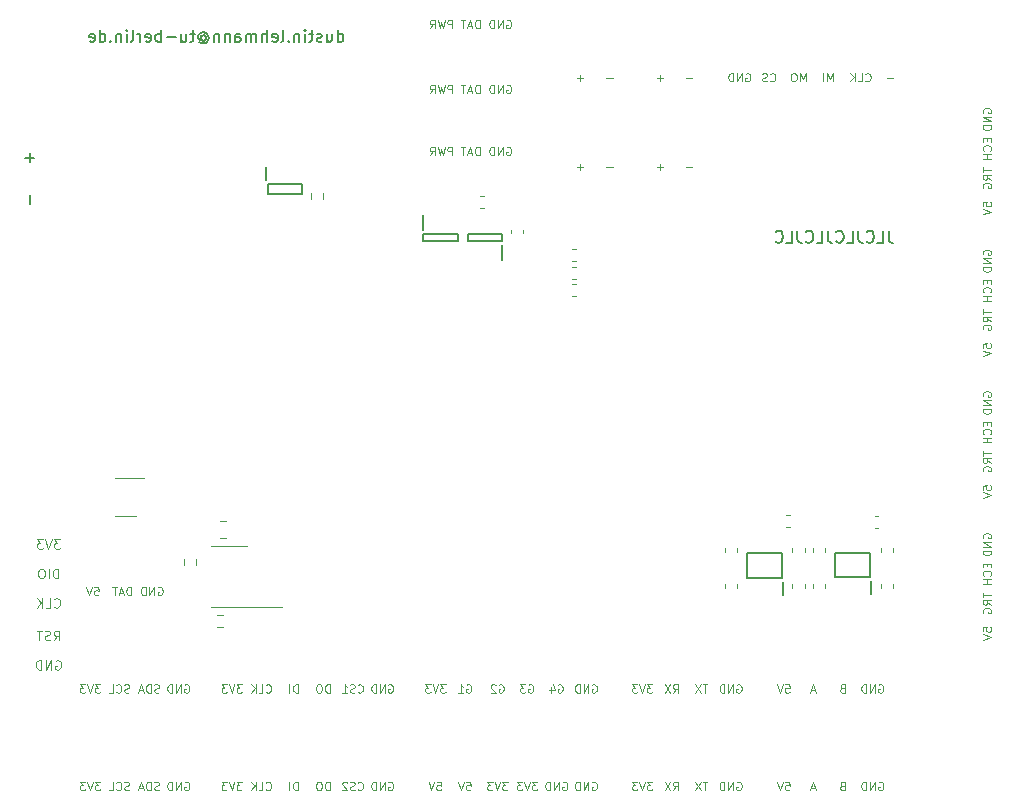
<source format=gbr>
%TF.GenerationSoftware,KiCad,Pcbnew,(6.0.0-rc1-29-g9238b27f63)*%
%TF.CreationDate,2021-12-03T12:49:23+01:00*%
%TF.ProjectId,robolympics_hub,726f626f-6c79-46d7-9069-63735f687562,rev?*%
%TF.SameCoordinates,Original*%
%TF.FileFunction,Legend,Bot*%
%TF.FilePolarity,Positive*%
%FSLAX46Y46*%
G04 Gerber Fmt 4.6, Leading zero omitted, Abs format (unit mm)*
G04 Created by KiCad (PCBNEW (6.0.0-rc1-29-g9238b27f63)) date 2021-12-03 12:49:23*
%MOMM*%
%LPD*%
G01*
G04 APERTURE LIST*
%ADD10C,0.100000*%
%ADD11C,0.150000*%
%ADD12C,0.120000*%
%ADD13C,0.200000*%
G04 APERTURE END LIST*
D10*
X206533333Y-127150000D02*
X206600000Y-127116666D01*
X206700000Y-127116666D01*
X206800000Y-127150000D01*
X206866666Y-127216666D01*
X206900000Y-127283333D01*
X206933333Y-127416666D01*
X206933333Y-127516666D01*
X206900000Y-127650000D01*
X206866666Y-127716666D01*
X206800000Y-127783333D01*
X206700000Y-127816666D01*
X206633333Y-127816666D01*
X206533333Y-127783333D01*
X206500000Y-127750000D01*
X206500000Y-127516666D01*
X206633333Y-127516666D01*
X206200000Y-127816666D02*
X206200000Y-127116666D01*
X205800000Y-127816666D01*
X205800000Y-127116666D01*
X205466666Y-127816666D02*
X205466666Y-127116666D01*
X205300000Y-127116666D01*
X205200000Y-127150000D01*
X205133333Y-127216666D01*
X205100000Y-127283333D01*
X205066666Y-127416666D01*
X205066666Y-127516666D01*
X205100000Y-127650000D01*
X205133333Y-127716666D01*
X205200000Y-127783333D01*
X205300000Y-127816666D01*
X205466666Y-127816666D01*
X221283333Y-118900000D02*
X221350000Y-118866666D01*
X221450000Y-118866666D01*
X221550000Y-118900000D01*
X221616666Y-118966666D01*
X221650000Y-119033333D01*
X221683333Y-119166666D01*
X221683333Y-119266666D01*
X221650000Y-119400000D01*
X221616666Y-119466666D01*
X221550000Y-119533333D01*
X221450000Y-119566666D01*
X221383333Y-119566666D01*
X221283333Y-119533333D01*
X221250000Y-119500000D01*
X221250000Y-119266666D01*
X221383333Y-119266666D01*
X220950000Y-119566666D02*
X220950000Y-118866666D01*
X220550000Y-119566666D01*
X220550000Y-118866666D01*
X220216666Y-119566666D02*
X220216666Y-118866666D01*
X220050000Y-118866666D01*
X219950000Y-118900000D01*
X219883333Y-118966666D01*
X219850000Y-119033333D01*
X219816666Y-119166666D01*
X219816666Y-119266666D01*
X219850000Y-119400000D01*
X219883333Y-119466666D01*
X219950000Y-119533333D01*
X220050000Y-119566666D01*
X220216666Y-119566666D01*
X167366666Y-118866666D02*
X166933333Y-118866666D01*
X167166666Y-119133333D01*
X167066666Y-119133333D01*
X167000000Y-119166666D01*
X166966666Y-119200000D01*
X166933333Y-119266666D01*
X166933333Y-119433333D01*
X166966666Y-119500000D01*
X167000000Y-119533333D01*
X167066666Y-119566666D01*
X167266666Y-119566666D01*
X167333333Y-119533333D01*
X167366666Y-119500000D01*
X166733333Y-118866666D02*
X166500000Y-119566666D01*
X166266666Y-118866666D01*
X166100000Y-118866666D02*
X165666666Y-118866666D01*
X165900000Y-119133333D01*
X165800000Y-119133333D01*
X165733333Y-119166666D01*
X165700000Y-119200000D01*
X165666666Y-119266666D01*
X165666666Y-119433333D01*
X165700000Y-119500000D01*
X165733333Y-119533333D01*
X165800000Y-119566666D01*
X166000000Y-119566666D01*
X166066666Y-119533333D01*
X166100000Y-119500000D01*
X210766666Y-75050000D02*
X210233333Y-75050000D01*
X201783333Y-73400000D02*
X201850000Y-73366666D01*
X201950000Y-73366666D01*
X202050000Y-73400000D01*
X202116666Y-73466666D01*
X202150000Y-73533333D01*
X202183333Y-73666666D01*
X202183333Y-73766666D01*
X202150000Y-73900000D01*
X202116666Y-73966666D01*
X202050000Y-74033333D01*
X201950000Y-74066666D01*
X201883333Y-74066666D01*
X201783333Y-74033333D01*
X201750000Y-74000000D01*
X201750000Y-73766666D01*
X201883333Y-73766666D01*
X201450000Y-74066666D02*
X201450000Y-73366666D01*
X201050000Y-74066666D01*
X201050000Y-73366666D01*
X200716666Y-74066666D02*
X200716666Y-73366666D01*
X200550000Y-73366666D01*
X200450000Y-73400000D01*
X200383333Y-73466666D01*
X200350000Y-73533333D01*
X200316666Y-73666666D01*
X200316666Y-73766666D01*
X200350000Y-73900000D01*
X200383333Y-73966666D01*
X200450000Y-74033333D01*
X200550000Y-74066666D01*
X200716666Y-74066666D01*
X184100000Y-119566666D02*
X184100000Y-118866666D01*
X183933333Y-118866666D01*
X183833333Y-118900000D01*
X183766666Y-118966666D01*
X183733333Y-119033333D01*
X183700000Y-119166666D01*
X183700000Y-119266666D01*
X183733333Y-119400000D01*
X183766666Y-119466666D01*
X183833333Y-119533333D01*
X183933333Y-119566666D01*
X184100000Y-119566666D01*
X183400000Y-119566666D02*
X183400000Y-118866666D01*
X191783333Y-118900000D02*
X191850000Y-118866666D01*
X191950000Y-118866666D01*
X192050000Y-118900000D01*
X192116666Y-118966666D01*
X192150000Y-119033333D01*
X192183333Y-119166666D01*
X192183333Y-119266666D01*
X192150000Y-119400000D01*
X192116666Y-119466666D01*
X192050000Y-119533333D01*
X191950000Y-119566666D01*
X191883333Y-119566666D01*
X191783333Y-119533333D01*
X191750000Y-119500000D01*
X191750000Y-119266666D01*
X191883333Y-119266666D01*
X191450000Y-119566666D02*
X191450000Y-118866666D01*
X191050000Y-119566666D01*
X191050000Y-118866666D01*
X190716666Y-119566666D02*
X190716666Y-118866666D01*
X190550000Y-118866666D01*
X190450000Y-118900000D01*
X190383333Y-118966666D01*
X190350000Y-119033333D01*
X190316666Y-119166666D01*
X190316666Y-119266666D01*
X190350000Y-119400000D01*
X190383333Y-119466666D01*
X190450000Y-119533333D01*
X190550000Y-119566666D01*
X190716666Y-119566666D01*
X195883333Y-127116666D02*
X196216666Y-127116666D01*
X196250000Y-127450000D01*
X196216666Y-127416666D01*
X196150000Y-127383333D01*
X195983333Y-127383333D01*
X195916666Y-127416666D01*
X195883333Y-127450000D01*
X195850000Y-127516666D01*
X195850000Y-127683333D01*
X195883333Y-127750000D01*
X195916666Y-127783333D01*
X195983333Y-127816666D01*
X196150000Y-127816666D01*
X196216666Y-127783333D01*
X196250000Y-127750000D01*
X195650000Y-127116666D02*
X195416666Y-127816666D01*
X195183333Y-127116666D01*
X163438095Y-115111904D02*
X163704761Y-114730952D01*
X163895238Y-115111904D02*
X163895238Y-114311904D01*
X163590476Y-114311904D01*
X163514285Y-114350000D01*
X163476190Y-114388095D01*
X163438095Y-114464285D01*
X163438095Y-114578571D01*
X163476190Y-114654761D01*
X163514285Y-114692857D01*
X163590476Y-114730952D01*
X163895238Y-114730952D01*
X163133333Y-115073809D02*
X163019047Y-115111904D01*
X162828571Y-115111904D01*
X162752380Y-115073809D01*
X162714285Y-115035714D01*
X162676190Y-114959523D01*
X162676190Y-114883333D01*
X162714285Y-114807142D01*
X162752380Y-114769047D01*
X162828571Y-114730952D01*
X162980952Y-114692857D01*
X163057142Y-114654761D01*
X163095238Y-114616666D01*
X163133333Y-114540476D01*
X163133333Y-114464285D01*
X163095238Y-114388095D01*
X163057142Y-114350000D01*
X162980952Y-114311904D01*
X162790476Y-114311904D01*
X162676190Y-114350000D01*
X162447619Y-114311904D02*
X161990476Y-114311904D01*
X162219047Y-115111904D02*
X162219047Y-114311904D01*
X197183333Y-63316666D02*
X197183333Y-62616666D01*
X196916666Y-62616666D01*
X196850000Y-62650000D01*
X196816666Y-62683333D01*
X196783333Y-62750000D01*
X196783333Y-62850000D01*
X196816666Y-62916666D01*
X196850000Y-62950000D01*
X196916666Y-62983333D01*
X197183333Y-62983333D01*
X196550000Y-62616666D02*
X196383333Y-63316666D01*
X196250000Y-62816666D01*
X196116666Y-63316666D01*
X195950000Y-62616666D01*
X195283333Y-63316666D02*
X195516666Y-62983333D01*
X195683333Y-63316666D02*
X195683333Y-62616666D01*
X195416666Y-62616666D01*
X195350000Y-62650000D01*
X195316666Y-62683333D01*
X195283333Y-62750000D01*
X195283333Y-62850000D01*
X195316666Y-62916666D01*
X195350000Y-62950000D01*
X195416666Y-62983333D01*
X195683333Y-62983333D01*
X221283333Y-127150000D02*
X221350000Y-127116666D01*
X221450000Y-127116666D01*
X221550000Y-127150000D01*
X221616666Y-127216666D01*
X221650000Y-127283333D01*
X221683333Y-127416666D01*
X221683333Y-127516666D01*
X221650000Y-127650000D01*
X221616666Y-127716666D01*
X221550000Y-127783333D01*
X221450000Y-127816666D01*
X221383333Y-127816666D01*
X221283333Y-127783333D01*
X221250000Y-127750000D01*
X221250000Y-127516666D01*
X221383333Y-127516666D01*
X220950000Y-127816666D02*
X220950000Y-127116666D01*
X220550000Y-127816666D01*
X220550000Y-127116666D01*
X220216666Y-127816666D02*
X220216666Y-127116666D01*
X220050000Y-127116666D01*
X219950000Y-127150000D01*
X219883333Y-127216666D01*
X219850000Y-127283333D01*
X219816666Y-127416666D01*
X219816666Y-127516666D01*
X219850000Y-127650000D01*
X219883333Y-127716666D01*
X219950000Y-127783333D01*
X220050000Y-127816666D01*
X220216666Y-127816666D01*
D11*
X187485833Y-64452380D02*
X187485833Y-63452380D01*
X187485833Y-64404761D02*
X187581071Y-64452380D01*
X187771547Y-64452380D01*
X187866785Y-64404761D01*
X187914404Y-64357142D01*
X187962023Y-64261904D01*
X187962023Y-63976190D01*
X187914404Y-63880952D01*
X187866785Y-63833333D01*
X187771547Y-63785714D01*
X187581071Y-63785714D01*
X187485833Y-63833333D01*
X186581071Y-63785714D02*
X186581071Y-64452380D01*
X187009642Y-63785714D02*
X187009642Y-64309523D01*
X186962023Y-64404761D01*
X186866785Y-64452380D01*
X186723928Y-64452380D01*
X186628690Y-64404761D01*
X186581071Y-64357142D01*
X186152500Y-64404761D02*
X186057261Y-64452380D01*
X185866785Y-64452380D01*
X185771547Y-64404761D01*
X185723928Y-64309523D01*
X185723928Y-64261904D01*
X185771547Y-64166666D01*
X185866785Y-64119047D01*
X186009642Y-64119047D01*
X186104880Y-64071428D01*
X186152500Y-63976190D01*
X186152500Y-63928571D01*
X186104880Y-63833333D01*
X186009642Y-63785714D01*
X185866785Y-63785714D01*
X185771547Y-63833333D01*
X185438214Y-63785714D02*
X185057261Y-63785714D01*
X185295357Y-63452380D02*
X185295357Y-64309523D01*
X185247738Y-64404761D01*
X185152500Y-64452380D01*
X185057261Y-64452380D01*
X184723928Y-64452380D02*
X184723928Y-63785714D01*
X184723928Y-63452380D02*
X184771547Y-63500000D01*
X184723928Y-63547619D01*
X184676309Y-63500000D01*
X184723928Y-63452380D01*
X184723928Y-63547619D01*
X184247738Y-63785714D02*
X184247738Y-64452380D01*
X184247738Y-63880952D02*
X184200119Y-63833333D01*
X184104880Y-63785714D01*
X183962023Y-63785714D01*
X183866785Y-63833333D01*
X183819166Y-63928571D01*
X183819166Y-64452380D01*
X183342976Y-64357142D02*
X183295357Y-64404761D01*
X183342976Y-64452380D01*
X183390595Y-64404761D01*
X183342976Y-64357142D01*
X183342976Y-64452380D01*
X182723928Y-64452380D02*
X182819166Y-64404761D01*
X182866785Y-64309523D01*
X182866785Y-63452380D01*
X181962023Y-64404761D02*
X182057261Y-64452380D01*
X182247738Y-64452380D01*
X182342976Y-64404761D01*
X182390595Y-64309523D01*
X182390595Y-63928571D01*
X182342976Y-63833333D01*
X182247738Y-63785714D01*
X182057261Y-63785714D01*
X181962023Y-63833333D01*
X181914404Y-63928571D01*
X181914404Y-64023809D01*
X182390595Y-64119047D01*
X181485833Y-64452380D02*
X181485833Y-63452380D01*
X181057261Y-64452380D02*
X181057261Y-63928571D01*
X181104880Y-63833333D01*
X181200119Y-63785714D01*
X181342976Y-63785714D01*
X181438214Y-63833333D01*
X181485833Y-63880952D01*
X180581071Y-64452380D02*
X180581071Y-63785714D01*
X180581071Y-63880952D02*
X180533452Y-63833333D01*
X180438214Y-63785714D01*
X180295357Y-63785714D01*
X180200119Y-63833333D01*
X180152500Y-63928571D01*
X180152500Y-64452380D01*
X180152500Y-63928571D02*
X180104880Y-63833333D01*
X180009642Y-63785714D01*
X179866785Y-63785714D01*
X179771547Y-63833333D01*
X179723928Y-63928571D01*
X179723928Y-64452380D01*
X178819166Y-64452380D02*
X178819166Y-63928571D01*
X178866785Y-63833333D01*
X178962023Y-63785714D01*
X179152500Y-63785714D01*
X179247738Y-63833333D01*
X178819166Y-64404761D02*
X178914404Y-64452380D01*
X179152500Y-64452380D01*
X179247738Y-64404761D01*
X179295357Y-64309523D01*
X179295357Y-64214285D01*
X179247738Y-64119047D01*
X179152500Y-64071428D01*
X178914404Y-64071428D01*
X178819166Y-64023809D01*
X178342976Y-63785714D02*
X178342976Y-64452380D01*
X178342976Y-63880952D02*
X178295357Y-63833333D01*
X178200119Y-63785714D01*
X178057261Y-63785714D01*
X177962023Y-63833333D01*
X177914404Y-63928571D01*
X177914404Y-64452380D01*
X177438214Y-63785714D02*
X177438214Y-64452380D01*
X177438214Y-63880952D02*
X177390595Y-63833333D01*
X177295357Y-63785714D01*
X177152500Y-63785714D01*
X177057261Y-63833333D01*
X177009642Y-63928571D01*
X177009642Y-64452380D01*
X175914404Y-63976190D02*
X175962023Y-63928571D01*
X176057261Y-63880952D01*
X176152500Y-63880952D01*
X176247738Y-63928571D01*
X176295357Y-63976190D01*
X176342976Y-64071428D01*
X176342976Y-64166666D01*
X176295357Y-64261904D01*
X176247738Y-64309523D01*
X176152500Y-64357142D01*
X176057261Y-64357142D01*
X175962023Y-64309523D01*
X175914404Y-64261904D01*
X175914404Y-63880952D02*
X175914404Y-64261904D01*
X175866785Y-64309523D01*
X175819166Y-64309523D01*
X175723928Y-64261904D01*
X175676309Y-64166666D01*
X175676309Y-63928571D01*
X175771547Y-63785714D01*
X175914404Y-63690476D01*
X176104880Y-63642857D01*
X176295357Y-63690476D01*
X176438214Y-63785714D01*
X176533452Y-63928571D01*
X176581071Y-64119047D01*
X176533452Y-64309523D01*
X176438214Y-64452380D01*
X176295357Y-64547619D01*
X176104880Y-64595238D01*
X175914404Y-64547619D01*
X175771547Y-64452380D01*
X175390595Y-63785714D02*
X175009642Y-63785714D01*
X175247738Y-63452380D02*
X175247738Y-64309523D01*
X175200119Y-64404761D01*
X175104880Y-64452380D01*
X175009642Y-64452380D01*
X174247738Y-63785714D02*
X174247738Y-64452380D01*
X174676309Y-63785714D02*
X174676309Y-64309523D01*
X174628690Y-64404761D01*
X174533452Y-64452380D01*
X174390595Y-64452380D01*
X174295357Y-64404761D01*
X174247738Y-64357142D01*
X173771547Y-64071428D02*
X173009642Y-64071428D01*
X172533452Y-64452380D02*
X172533452Y-63452380D01*
X172533452Y-63833333D02*
X172438214Y-63785714D01*
X172247738Y-63785714D01*
X172152500Y-63833333D01*
X172104880Y-63880952D01*
X172057261Y-63976190D01*
X172057261Y-64261904D01*
X172104880Y-64357142D01*
X172152500Y-64404761D01*
X172247738Y-64452380D01*
X172438214Y-64452380D01*
X172533452Y-64404761D01*
X171247738Y-64404761D02*
X171342976Y-64452380D01*
X171533452Y-64452380D01*
X171628690Y-64404761D01*
X171676309Y-64309523D01*
X171676309Y-63928571D01*
X171628690Y-63833333D01*
X171533452Y-63785714D01*
X171342976Y-63785714D01*
X171247738Y-63833333D01*
X171200119Y-63928571D01*
X171200119Y-64023809D01*
X171676309Y-64119047D01*
X170771547Y-64452380D02*
X170771547Y-63785714D01*
X170771547Y-63976190D02*
X170723928Y-63880952D01*
X170676309Y-63833333D01*
X170581071Y-63785714D01*
X170485833Y-63785714D01*
X170009642Y-64452380D02*
X170104880Y-64404761D01*
X170152500Y-64309523D01*
X170152500Y-63452380D01*
X169628690Y-64452380D02*
X169628690Y-63785714D01*
X169628690Y-63452380D02*
X169676309Y-63500000D01*
X169628690Y-63547619D01*
X169581071Y-63500000D01*
X169628690Y-63452380D01*
X169628690Y-63547619D01*
X169152500Y-63785714D02*
X169152500Y-64452380D01*
X169152500Y-63880952D02*
X169104880Y-63833333D01*
X169009642Y-63785714D01*
X168866785Y-63785714D01*
X168771547Y-63833333D01*
X168723928Y-63928571D01*
X168723928Y-64452380D01*
X168247738Y-64357142D02*
X168200119Y-64404761D01*
X168247738Y-64452380D01*
X168295357Y-64404761D01*
X168247738Y-64357142D01*
X168247738Y-64452380D01*
X167342976Y-64452380D02*
X167342976Y-63452380D01*
X167342976Y-64404761D02*
X167438214Y-64452380D01*
X167628690Y-64452380D01*
X167723928Y-64404761D01*
X167771547Y-64357142D01*
X167819166Y-64261904D01*
X167819166Y-63976190D01*
X167771547Y-63880952D01*
X167723928Y-63833333D01*
X167628690Y-63785714D01*
X167438214Y-63785714D01*
X167342976Y-63833333D01*
X166485833Y-64404761D02*
X166581071Y-64452380D01*
X166771547Y-64452380D01*
X166866785Y-64404761D01*
X166914404Y-64309523D01*
X166914404Y-63928571D01*
X166866785Y-63833333D01*
X166771547Y-63785714D01*
X166581071Y-63785714D01*
X166485833Y-63833333D01*
X166438214Y-63928571D01*
X166438214Y-64023809D01*
X166914404Y-64119047D01*
D10*
X201866666Y-127116666D02*
X201433333Y-127116666D01*
X201666666Y-127383333D01*
X201566666Y-127383333D01*
X201500000Y-127416666D01*
X201466666Y-127450000D01*
X201433333Y-127516666D01*
X201433333Y-127683333D01*
X201466666Y-127750000D01*
X201500000Y-127783333D01*
X201566666Y-127816666D01*
X201766666Y-127816666D01*
X201833333Y-127783333D01*
X201866666Y-127750000D01*
X201233333Y-127116666D02*
X201000000Y-127816666D01*
X200766666Y-127116666D01*
X200600000Y-127116666D02*
X200166666Y-127116666D01*
X200400000Y-127383333D01*
X200300000Y-127383333D01*
X200233333Y-127416666D01*
X200200000Y-127450000D01*
X200166666Y-127516666D01*
X200166666Y-127683333D01*
X200200000Y-127750000D01*
X200233333Y-127783333D01*
X200300000Y-127816666D01*
X200500000Y-127816666D01*
X200566666Y-127783333D01*
X200600000Y-127750000D01*
X186800000Y-119566666D02*
X186800000Y-118866666D01*
X186633333Y-118866666D01*
X186533333Y-118900000D01*
X186466666Y-118966666D01*
X186433333Y-119033333D01*
X186400000Y-119166666D01*
X186400000Y-119266666D01*
X186433333Y-119400000D01*
X186466666Y-119466666D01*
X186533333Y-119533333D01*
X186633333Y-119566666D01*
X186800000Y-119566666D01*
X185966666Y-118866666D02*
X185833333Y-118866666D01*
X185766666Y-118900000D01*
X185700000Y-118966666D01*
X185666666Y-119100000D01*
X185666666Y-119333333D01*
X185700000Y-119466666D01*
X185766666Y-119533333D01*
X185833333Y-119566666D01*
X185966666Y-119566666D01*
X186033333Y-119533333D01*
X186100000Y-119466666D01*
X186133333Y-119333333D01*
X186133333Y-119100000D01*
X186100000Y-118966666D01*
X186033333Y-118900000D01*
X185966666Y-118866666D01*
X189200000Y-127750000D02*
X189233333Y-127783333D01*
X189333333Y-127816666D01*
X189400000Y-127816666D01*
X189500000Y-127783333D01*
X189566666Y-127716666D01*
X189600000Y-127650000D01*
X189633333Y-127516666D01*
X189633333Y-127416666D01*
X189600000Y-127283333D01*
X189566666Y-127216666D01*
X189500000Y-127150000D01*
X189400000Y-127116666D01*
X189333333Y-127116666D01*
X189233333Y-127150000D01*
X189200000Y-127183333D01*
X188933333Y-127783333D02*
X188833333Y-127816666D01*
X188666666Y-127816666D01*
X188600000Y-127783333D01*
X188566666Y-127750000D01*
X188533333Y-127683333D01*
X188533333Y-127616666D01*
X188566666Y-127550000D01*
X188600000Y-127516666D01*
X188666666Y-127483333D01*
X188800000Y-127450000D01*
X188866666Y-127416666D01*
X188900000Y-127383333D01*
X188933333Y-127316666D01*
X188933333Y-127250000D01*
X188900000Y-127183333D01*
X188866666Y-127150000D01*
X188800000Y-127116666D01*
X188633333Y-127116666D01*
X188533333Y-127150000D01*
X188266666Y-127183333D02*
X188233333Y-127150000D01*
X188166666Y-127116666D01*
X188000000Y-127116666D01*
X187933333Y-127150000D01*
X187900000Y-127183333D01*
X187866666Y-127250000D01*
X187866666Y-127316666D01*
X187900000Y-127416666D01*
X188300000Y-127816666D01*
X187866666Y-127816666D01*
X167366666Y-127116666D02*
X166933333Y-127116666D01*
X167166666Y-127383333D01*
X167066666Y-127383333D01*
X167000000Y-127416666D01*
X166966666Y-127450000D01*
X166933333Y-127516666D01*
X166933333Y-127683333D01*
X166966666Y-127750000D01*
X167000000Y-127783333D01*
X167066666Y-127816666D01*
X167266666Y-127816666D01*
X167333333Y-127783333D01*
X167366666Y-127750000D01*
X166733333Y-127116666D02*
X166500000Y-127816666D01*
X166266666Y-127116666D01*
X166100000Y-127116666D02*
X165666666Y-127116666D01*
X165900000Y-127383333D01*
X165800000Y-127383333D01*
X165733333Y-127416666D01*
X165700000Y-127450000D01*
X165666666Y-127516666D01*
X165666666Y-127683333D01*
X165700000Y-127750000D01*
X165733333Y-127783333D01*
X165800000Y-127816666D01*
X166000000Y-127816666D01*
X166066666Y-127783333D01*
X166100000Y-127750000D01*
D11*
X161780952Y-74271428D02*
X161019047Y-74271428D01*
X161400000Y-74652380D02*
X161400000Y-73890476D01*
D10*
X196616666Y-118866666D02*
X196183333Y-118866666D01*
X196416666Y-119133333D01*
X196316666Y-119133333D01*
X196250000Y-119166666D01*
X196216666Y-119200000D01*
X196183333Y-119266666D01*
X196183333Y-119433333D01*
X196216666Y-119500000D01*
X196250000Y-119533333D01*
X196316666Y-119566666D01*
X196516666Y-119566666D01*
X196583333Y-119533333D01*
X196616666Y-119500000D01*
X195983333Y-118866666D02*
X195750000Y-119566666D01*
X195516666Y-118866666D01*
X195350000Y-118866666D02*
X194916666Y-118866666D01*
X195150000Y-119133333D01*
X195050000Y-119133333D01*
X194983333Y-119166666D01*
X194950000Y-119200000D01*
X194916666Y-119266666D01*
X194916666Y-119433333D01*
X194950000Y-119500000D01*
X194983333Y-119533333D01*
X195050000Y-119566666D01*
X195250000Y-119566666D01*
X195316666Y-119533333D01*
X195350000Y-119500000D01*
X215866666Y-127816666D02*
X216100000Y-127483333D01*
X216266666Y-127816666D02*
X216266666Y-127116666D01*
X216000000Y-127116666D01*
X215933333Y-127150000D01*
X215900000Y-127183333D01*
X215866666Y-127250000D01*
X215866666Y-127350000D01*
X215900000Y-127416666D01*
X215933333Y-127450000D01*
X216000000Y-127483333D01*
X216266666Y-127483333D01*
X215633333Y-127116666D02*
X215166666Y-127816666D01*
X215166666Y-127116666D02*
X215633333Y-127816666D01*
X172283333Y-110650000D02*
X172350000Y-110616666D01*
X172450000Y-110616666D01*
X172550000Y-110650000D01*
X172616666Y-110716666D01*
X172650000Y-110783333D01*
X172683333Y-110916666D01*
X172683333Y-111016666D01*
X172650000Y-111150000D01*
X172616666Y-111216666D01*
X172550000Y-111283333D01*
X172450000Y-111316666D01*
X172383333Y-111316666D01*
X172283333Y-111283333D01*
X172250000Y-111250000D01*
X172250000Y-111016666D01*
X172383333Y-111016666D01*
X171950000Y-111316666D02*
X171950000Y-110616666D01*
X171550000Y-111316666D01*
X171550000Y-110616666D01*
X171216666Y-111316666D02*
X171216666Y-110616666D01*
X171050000Y-110616666D01*
X170950000Y-110650000D01*
X170883333Y-110716666D01*
X170850000Y-110783333D01*
X170816666Y-110916666D01*
X170816666Y-111016666D01*
X170850000Y-111150000D01*
X170883333Y-111216666D01*
X170950000Y-111283333D01*
X171050000Y-111316666D01*
X171216666Y-111316666D01*
X227916666Y-119366666D02*
X227583333Y-119366666D01*
X227983333Y-119566666D02*
X227750000Y-118866666D01*
X227516666Y-119566666D01*
X218783333Y-118866666D02*
X218383333Y-118866666D01*
X218583333Y-119566666D02*
X218583333Y-118866666D01*
X218216666Y-118866666D02*
X217750000Y-119566666D01*
X217750000Y-118866666D02*
X218216666Y-119566666D01*
X199500000Y-68816666D02*
X199500000Y-68116666D01*
X199333333Y-68116666D01*
X199233333Y-68150000D01*
X199166666Y-68216666D01*
X199133333Y-68283333D01*
X199100000Y-68416666D01*
X199100000Y-68516666D01*
X199133333Y-68650000D01*
X199166666Y-68716666D01*
X199233333Y-68783333D01*
X199333333Y-68816666D01*
X199500000Y-68816666D01*
X198833333Y-68616666D02*
X198500000Y-68616666D01*
X198900000Y-68816666D02*
X198666666Y-68116666D01*
X198433333Y-68816666D01*
X198300000Y-68116666D02*
X197900000Y-68116666D01*
X198100000Y-68816666D02*
X198100000Y-68116666D01*
X186800000Y-127816666D02*
X186800000Y-127116666D01*
X186633333Y-127116666D01*
X186533333Y-127150000D01*
X186466666Y-127216666D01*
X186433333Y-127283333D01*
X186400000Y-127416666D01*
X186400000Y-127516666D01*
X186433333Y-127650000D01*
X186466666Y-127716666D01*
X186533333Y-127783333D01*
X186633333Y-127816666D01*
X186800000Y-127816666D01*
X185966666Y-127116666D02*
X185833333Y-127116666D01*
X185766666Y-127150000D01*
X185700000Y-127216666D01*
X185666666Y-127350000D01*
X185666666Y-127583333D01*
X185700000Y-127716666D01*
X185766666Y-127783333D01*
X185833333Y-127816666D01*
X185966666Y-127816666D01*
X186033333Y-127783333D01*
X186100000Y-127716666D01*
X186133333Y-127583333D01*
X186133333Y-127350000D01*
X186100000Y-127216666D01*
X186033333Y-127150000D01*
X185966666Y-127116666D01*
X201783333Y-62650000D02*
X201850000Y-62616666D01*
X201950000Y-62616666D01*
X202050000Y-62650000D01*
X202116666Y-62716666D01*
X202150000Y-62783333D01*
X202183333Y-62916666D01*
X202183333Y-63016666D01*
X202150000Y-63150000D01*
X202116666Y-63216666D01*
X202050000Y-63283333D01*
X201950000Y-63316666D01*
X201883333Y-63316666D01*
X201783333Y-63283333D01*
X201750000Y-63250000D01*
X201750000Y-63016666D01*
X201883333Y-63016666D01*
X201450000Y-63316666D02*
X201450000Y-62616666D01*
X201050000Y-63316666D01*
X201050000Y-62616666D01*
X200716666Y-63316666D02*
X200716666Y-62616666D01*
X200550000Y-62616666D01*
X200450000Y-62650000D01*
X200383333Y-62716666D01*
X200350000Y-62783333D01*
X200316666Y-62916666D01*
X200316666Y-63016666D01*
X200350000Y-63150000D01*
X200383333Y-63216666D01*
X200450000Y-63283333D01*
X200550000Y-63316666D01*
X200716666Y-63316666D01*
X172350000Y-127783333D02*
X172250000Y-127816666D01*
X172083333Y-127816666D01*
X172016666Y-127783333D01*
X171983333Y-127750000D01*
X171950000Y-127683333D01*
X171950000Y-127616666D01*
X171983333Y-127550000D01*
X172016666Y-127516666D01*
X172083333Y-127483333D01*
X172216666Y-127450000D01*
X172283333Y-127416666D01*
X172316666Y-127383333D01*
X172350000Y-127316666D01*
X172350000Y-127250000D01*
X172316666Y-127183333D01*
X172283333Y-127150000D01*
X172216666Y-127116666D01*
X172050000Y-127116666D01*
X171950000Y-127150000D01*
X171650000Y-127816666D02*
X171650000Y-127116666D01*
X171483333Y-127116666D01*
X171383333Y-127150000D01*
X171316666Y-127216666D01*
X171283333Y-127283333D01*
X171250000Y-127416666D01*
X171250000Y-127516666D01*
X171283333Y-127650000D01*
X171316666Y-127716666D01*
X171383333Y-127783333D01*
X171483333Y-127816666D01*
X171650000Y-127816666D01*
X170983333Y-127616666D02*
X170650000Y-127616666D01*
X171050000Y-127816666D02*
X170816666Y-127116666D01*
X170583333Y-127816666D01*
X184100000Y-127816666D02*
X184100000Y-127116666D01*
X183933333Y-127116666D01*
X183833333Y-127150000D01*
X183766666Y-127216666D01*
X183733333Y-127283333D01*
X183700000Y-127416666D01*
X183700000Y-127516666D01*
X183733333Y-127650000D01*
X183766666Y-127716666D01*
X183833333Y-127783333D01*
X183933333Y-127816666D01*
X184100000Y-127816666D01*
X183400000Y-127816666D02*
X183400000Y-127116666D01*
X172350000Y-119533333D02*
X172250000Y-119566666D01*
X172083333Y-119566666D01*
X172016666Y-119533333D01*
X171983333Y-119500000D01*
X171950000Y-119433333D01*
X171950000Y-119366666D01*
X171983333Y-119300000D01*
X172016666Y-119266666D01*
X172083333Y-119233333D01*
X172216666Y-119200000D01*
X172283333Y-119166666D01*
X172316666Y-119133333D01*
X172350000Y-119066666D01*
X172350000Y-119000000D01*
X172316666Y-118933333D01*
X172283333Y-118900000D01*
X172216666Y-118866666D01*
X172050000Y-118866666D01*
X171950000Y-118900000D01*
X171650000Y-119566666D02*
X171650000Y-118866666D01*
X171483333Y-118866666D01*
X171383333Y-118900000D01*
X171316666Y-118966666D01*
X171283333Y-119033333D01*
X171250000Y-119166666D01*
X171250000Y-119266666D01*
X171283333Y-119400000D01*
X171316666Y-119466666D01*
X171383333Y-119533333D01*
X171483333Y-119566666D01*
X171650000Y-119566666D01*
X170983333Y-119366666D02*
X170650000Y-119366666D01*
X171050000Y-119566666D02*
X170816666Y-118866666D01*
X170583333Y-119566666D01*
X179366666Y-127116666D02*
X178933333Y-127116666D01*
X179166666Y-127383333D01*
X179066666Y-127383333D01*
X179000000Y-127416666D01*
X178966666Y-127450000D01*
X178933333Y-127516666D01*
X178933333Y-127683333D01*
X178966666Y-127750000D01*
X179000000Y-127783333D01*
X179066666Y-127816666D01*
X179266666Y-127816666D01*
X179333333Y-127783333D01*
X179366666Y-127750000D01*
X178733333Y-127116666D02*
X178500000Y-127816666D01*
X178266666Y-127116666D01*
X178100000Y-127116666D02*
X177666666Y-127116666D01*
X177900000Y-127383333D01*
X177800000Y-127383333D01*
X177733333Y-127416666D01*
X177700000Y-127450000D01*
X177666666Y-127516666D01*
X177666666Y-127683333D01*
X177700000Y-127750000D01*
X177733333Y-127783333D01*
X177800000Y-127816666D01*
X178000000Y-127816666D01*
X178066666Y-127783333D01*
X178100000Y-127750000D01*
X229400000Y-67816666D02*
X229400000Y-67116666D01*
X229166666Y-67616666D01*
X228933333Y-67116666D01*
X228933333Y-67816666D01*
X228600000Y-67816666D02*
X228600000Y-67116666D01*
X225383333Y-118866666D02*
X225716666Y-118866666D01*
X225750000Y-119200000D01*
X225716666Y-119166666D01*
X225650000Y-119133333D01*
X225483333Y-119133333D01*
X225416666Y-119166666D01*
X225383333Y-119200000D01*
X225350000Y-119266666D01*
X225350000Y-119433333D01*
X225383333Y-119500000D01*
X225416666Y-119533333D01*
X225483333Y-119566666D01*
X225650000Y-119566666D01*
X225716666Y-119533333D01*
X225750000Y-119500000D01*
X225150000Y-118866666D02*
X224916666Y-119566666D01*
X224683333Y-118866666D01*
X169833333Y-119533333D02*
X169733333Y-119566666D01*
X169566666Y-119566666D01*
X169500000Y-119533333D01*
X169466666Y-119500000D01*
X169433333Y-119433333D01*
X169433333Y-119366666D01*
X169466666Y-119300000D01*
X169500000Y-119266666D01*
X169566666Y-119233333D01*
X169700000Y-119200000D01*
X169766666Y-119166666D01*
X169800000Y-119133333D01*
X169833333Y-119066666D01*
X169833333Y-119000000D01*
X169800000Y-118933333D01*
X169766666Y-118900000D01*
X169700000Y-118866666D01*
X169533333Y-118866666D01*
X169433333Y-118900000D01*
X168733333Y-119500000D02*
X168766666Y-119533333D01*
X168866666Y-119566666D01*
X168933333Y-119566666D01*
X169033333Y-119533333D01*
X169100000Y-119466666D01*
X169133333Y-119400000D01*
X169166666Y-119266666D01*
X169166666Y-119166666D01*
X169133333Y-119033333D01*
X169100000Y-118966666D01*
X169033333Y-118900000D01*
X168933333Y-118866666D01*
X168866666Y-118866666D01*
X168766666Y-118900000D01*
X168733333Y-118933333D01*
X168100000Y-119566666D02*
X168433333Y-119566666D01*
X168433333Y-118866666D01*
X181416666Y-119500000D02*
X181450000Y-119533333D01*
X181550000Y-119566666D01*
X181616666Y-119566666D01*
X181716666Y-119533333D01*
X181783333Y-119466666D01*
X181816666Y-119400000D01*
X181850000Y-119266666D01*
X181850000Y-119166666D01*
X181816666Y-119033333D01*
X181783333Y-118966666D01*
X181716666Y-118900000D01*
X181616666Y-118866666D01*
X181550000Y-118866666D01*
X181450000Y-118900000D01*
X181416666Y-118933333D01*
X180783333Y-119566666D02*
X181116666Y-119566666D01*
X181116666Y-118866666D01*
X180550000Y-119566666D02*
X180550000Y-118866666D01*
X180150000Y-119566666D02*
X180450000Y-119166666D01*
X180150000Y-118866666D02*
X180550000Y-119266666D01*
X201150000Y-118900000D02*
X201216666Y-118866666D01*
X201316666Y-118866666D01*
X201416666Y-118900000D01*
X201483333Y-118966666D01*
X201516666Y-119033333D01*
X201550000Y-119166666D01*
X201550000Y-119266666D01*
X201516666Y-119400000D01*
X201483333Y-119466666D01*
X201416666Y-119533333D01*
X201316666Y-119566666D01*
X201250000Y-119566666D01*
X201150000Y-119533333D01*
X201116666Y-119500000D01*
X201116666Y-119266666D01*
X201250000Y-119266666D01*
X200850000Y-118933333D02*
X200816666Y-118900000D01*
X200750000Y-118866666D01*
X200583333Y-118866666D01*
X200516666Y-118900000D01*
X200483333Y-118933333D01*
X200450000Y-119000000D01*
X200450000Y-119066666D01*
X200483333Y-119166666D01*
X200883333Y-119566666D01*
X200450000Y-119566666D01*
X242150000Y-94466666D02*
X242116666Y-94400000D01*
X242116666Y-94300000D01*
X242150000Y-94200000D01*
X242216666Y-94133333D01*
X242283333Y-94100000D01*
X242416666Y-94066666D01*
X242516666Y-94066666D01*
X242650000Y-94100000D01*
X242716666Y-94133333D01*
X242783333Y-94200000D01*
X242816666Y-94300000D01*
X242816666Y-94366666D01*
X242783333Y-94466666D01*
X242750000Y-94500000D01*
X242516666Y-94500000D01*
X242516666Y-94366666D01*
X242816666Y-94800000D02*
X242116666Y-94800000D01*
X242816666Y-95200000D01*
X242116666Y-95200000D01*
X242816666Y-95533333D02*
X242116666Y-95533333D01*
X242116666Y-95700000D01*
X242150000Y-95800000D01*
X242216666Y-95866666D01*
X242283333Y-95900000D01*
X242416666Y-95933333D01*
X242516666Y-95933333D01*
X242650000Y-95900000D01*
X242716666Y-95866666D01*
X242783333Y-95800000D01*
X242816666Y-95700000D01*
X242816666Y-95533333D01*
X208266666Y-67550000D02*
X207733333Y-67550000D01*
X208000000Y-67816666D02*
X208000000Y-67283333D01*
X242450000Y-96633333D02*
X242450000Y-96866666D01*
X242816666Y-96966666D02*
X242816666Y-96633333D01*
X242116666Y-96633333D01*
X242116666Y-96966666D01*
X242750000Y-97666666D02*
X242783333Y-97633333D01*
X242816666Y-97533333D01*
X242816666Y-97466666D01*
X242783333Y-97366666D01*
X242716666Y-97300000D01*
X242650000Y-97266666D01*
X242516666Y-97233333D01*
X242416666Y-97233333D01*
X242283333Y-97266666D01*
X242216666Y-97300000D01*
X242150000Y-97366666D01*
X242116666Y-97466666D01*
X242116666Y-97533333D01*
X242150000Y-97633333D01*
X242183333Y-97666666D01*
X242816666Y-97966666D02*
X242116666Y-97966666D01*
X242450000Y-97966666D02*
X242450000Y-98366666D01*
X242816666Y-98366666D02*
X242116666Y-98366666D01*
X199500000Y-74066666D02*
X199500000Y-73366666D01*
X199333333Y-73366666D01*
X199233333Y-73400000D01*
X199166666Y-73466666D01*
X199133333Y-73533333D01*
X199100000Y-73666666D01*
X199100000Y-73766666D01*
X199133333Y-73900000D01*
X199166666Y-73966666D01*
X199233333Y-74033333D01*
X199333333Y-74066666D01*
X199500000Y-74066666D01*
X198833333Y-73866666D02*
X198500000Y-73866666D01*
X198900000Y-74066666D02*
X198666666Y-73366666D01*
X198433333Y-74066666D01*
X198300000Y-73366666D02*
X197900000Y-73366666D01*
X198100000Y-74066666D02*
X198100000Y-73366666D01*
X227916666Y-127616666D02*
X227583333Y-127616666D01*
X227983333Y-127816666D02*
X227750000Y-127116666D01*
X227516666Y-127816666D01*
X198400000Y-118900000D02*
X198466666Y-118866666D01*
X198566666Y-118866666D01*
X198666666Y-118900000D01*
X198733333Y-118966666D01*
X198766666Y-119033333D01*
X198800000Y-119166666D01*
X198800000Y-119266666D01*
X198766666Y-119400000D01*
X198733333Y-119466666D01*
X198666666Y-119533333D01*
X198566666Y-119566666D01*
X198500000Y-119566666D01*
X198400000Y-119533333D01*
X198366666Y-119500000D01*
X198366666Y-119266666D01*
X198500000Y-119266666D01*
X197700000Y-119566666D02*
X198100000Y-119566666D01*
X197900000Y-119566666D02*
X197900000Y-118866666D01*
X197966666Y-118966666D01*
X198033333Y-119033333D01*
X198100000Y-119066666D01*
X222033333Y-67150000D02*
X222100000Y-67116666D01*
X222200000Y-67116666D01*
X222300000Y-67150000D01*
X222366666Y-67216666D01*
X222400000Y-67283333D01*
X222433333Y-67416666D01*
X222433333Y-67516666D01*
X222400000Y-67650000D01*
X222366666Y-67716666D01*
X222300000Y-67783333D01*
X222200000Y-67816666D01*
X222133333Y-67816666D01*
X222033333Y-67783333D01*
X222000000Y-67750000D01*
X222000000Y-67516666D01*
X222133333Y-67516666D01*
X221700000Y-67816666D02*
X221700000Y-67116666D01*
X221300000Y-67816666D01*
X221300000Y-67116666D01*
X220966666Y-67816666D02*
X220966666Y-67116666D01*
X220800000Y-67116666D01*
X220700000Y-67150000D01*
X220633333Y-67216666D01*
X220600000Y-67283333D01*
X220566666Y-67416666D01*
X220566666Y-67516666D01*
X220600000Y-67650000D01*
X220633333Y-67716666D01*
X220700000Y-67783333D01*
X220800000Y-67816666D01*
X220966666Y-67816666D01*
X242116666Y-99100000D02*
X242116666Y-99500000D01*
X242816666Y-99300000D02*
X242116666Y-99300000D01*
X242816666Y-100133333D02*
X242483333Y-99900000D01*
X242816666Y-99733333D02*
X242116666Y-99733333D01*
X242116666Y-100000000D01*
X242150000Y-100066666D01*
X242183333Y-100100000D01*
X242250000Y-100133333D01*
X242350000Y-100133333D01*
X242416666Y-100100000D01*
X242450000Y-100066666D01*
X242483333Y-100000000D01*
X242483333Y-99733333D01*
X242150000Y-100800000D02*
X242116666Y-100733333D01*
X242116666Y-100633333D01*
X242150000Y-100533333D01*
X242216666Y-100466666D01*
X242283333Y-100433333D01*
X242416666Y-100400000D01*
X242516666Y-100400000D01*
X242650000Y-100433333D01*
X242716666Y-100466666D01*
X242783333Y-100533333D01*
X242816666Y-100633333D01*
X242816666Y-100700000D01*
X242783333Y-100800000D01*
X242750000Y-100833333D01*
X242516666Y-100833333D01*
X242516666Y-100700000D01*
X174533333Y-118900000D02*
X174600000Y-118866666D01*
X174700000Y-118866666D01*
X174800000Y-118900000D01*
X174866666Y-118966666D01*
X174900000Y-119033333D01*
X174933333Y-119166666D01*
X174933333Y-119266666D01*
X174900000Y-119400000D01*
X174866666Y-119466666D01*
X174800000Y-119533333D01*
X174700000Y-119566666D01*
X174633333Y-119566666D01*
X174533333Y-119533333D01*
X174500000Y-119500000D01*
X174500000Y-119266666D01*
X174633333Y-119266666D01*
X174200000Y-119566666D02*
X174200000Y-118866666D01*
X173800000Y-119566666D01*
X173800000Y-118866666D01*
X173466666Y-119566666D02*
X173466666Y-118866666D01*
X173300000Y-118866666D01*
X173200000Y-118900000D01*
X173133333Y-118966666D01*
X173100000Y-119033333D01*
X173066666Y-119166666D01*
X173066666Y-119266666D01*
X173100000Y-119400000D01*
X173133333Y-119466666D01*
X173200000Y-119533333D01*
X173300000Y-119566666D01*
X173466666Y-119566666D01*
X197183333Y-74066666D02*
X197183333Y-73366666D01*
X196916666Y-73366666D01*
X196850000Y-73400000D01*
X196816666Y-73433333D01*
X196783333Y-73500000D01*
X196783333Y-73600000D01*
X196816666Y-73666666D01*
X196850000Y-73700000D01*
X196916666Y-73733333D01*
X197183333Y-73733333D01*
X196550000Y-73366666D02*
X196383333Y-74066666D01*
X196250000Y-73566666D01*
X196116666Y-74066666D01*
X195950000Y-73366666D01*
X195283333Y-74066666D02*
X195516666Y-73733333D01*
X195683333Y-74066666D02*
X195683333Y-73366666D01*
X195416666Y-73366666D01*
X195350000Y-73400000D01*
X195316666Y-73433333D01*
X195283333Y-73500000D01*
X195283333Y-73600000D01*
X195316666Y-73666666D01*
X195350000Y-73700000D01*
X195416666Y-73733333D01*
X195683333Y-73733333D01*
X242116666Y-111100000D02*
X242116666Y-111500000D01*
X242816666Y-111300000D02*
X242116666Y-111300000D01*
X242816666Y-112133333D02*
X242483333Y-111900000D01*
X242816666Y-111733333D02*
X242116666Y-111733333D01*
X242116666Y-112000000D01*
X242150000Y-112066666D01*
X242183333Y-112100000D01*
X242250000Y-112133333D01*
X242350000Y-112133333D01*
X242416666Y-112100000D01*
X242450000Y-112066666D01*
X242483333Y-112000000D01*
X242483333Y-111733333D01*
X242150000Y-112800000D02*
X242116666Y-112733333D01*
X242116666Y-112633333D01*
X242150000Y-112533333D01*
X242216666Y-112466666D01*
X242283333Y-112433333D01*
X242416666Y-112400000D01*
X242516666Y-112400000D01*
X242650000Y-112433333D01*
X242716666Y-112466666D01*
X242783333Y-112533333D01*
X242816666Y-112633333D01*
X242816666Y-112700000D01*
X242783333Y-112800000D01*
X242750000Y-112833333D01*
X242516666Y-112833333D01*
X242516666Y-112700000D01*
X201783333Y-68150000D02*
X201850000Y-68116666D01*
X201950000Y-68116666D01*
X202050000Y-68150000D01*
X202116666Y-68216666D01*
X202150000Y-68283333D01*
X202183333Y-68416666D01*
X202183333Y-68516666D01*
X202150000Y-68650000D01*
X202116666Y-68716666D01*
X202050000Y-68783333D01*
X201950000Y-68816666D01*
X201883333Y-68816666D01*
X201783333Y-68783333D01*
X201750000Y-68750000D01*
X201750000Y-68516666D01*
X201883333Y-68516666D01*
X201450000Y-68816666D02*
X201450000Y-68116666D01*
X201050000Y-68816666D01*
X201050000Y-68116666D01*
X200716666Y-68816666D02*
X200716666Y-68116666D01*
X200550000Y-68116666D01*
X200450000Y-68150000D01*
X200383333Y-68216666D01*
X200350000Y-68283333D01*
X200316666Y-68416666D01*
X200316666Y-68516666D01*
X200350000Y-68650000D01*
X200383333Y-68716666D01*
X200450000Y-68783333D01*
X200550000Y-68816666D01*
X200716666Y-68816666D01*
X174533333Y-127150000D02*
X174600000Y-127116666D01*
X174700000Y-127116666D01*
X174800000Y-127150000D01*
X174866666Y-127216666D01*
X174900000Y-127283333D01*
X174933333Y-127416666D01*
X174933333Y-127516666D01*
X174900000Y-127650000D01*
X174866666Y-127716666D01*
X174800000Y-127783333D01*
X174700000Y-127816666D01*
X174633333Y-127816666D01*
X174533333Y-127783333D01*
X174500000Y-127750000D01*
X174500000Y-127516666D01*
X174633333Y-127516666D01*
X174200000Y-127816666D02*
X174200000Y-127116666D01*
X173800000Y-127816666D01*
X173800000Y-127116666D01*
X173466666Y-127816666D02*
X173466666Y-127116666D01*
X173300000Y-127116666D01*
X173200000Y-127150000D01*
X173133333Y-127216666D01*
X173100000Y-127283333D01*
X173066666Y-127416666D01*
X173066666Y-127516666D01*
X173100000Y-127650000D01*
X173133333Y-127716666D01*
X173200000Y-127783333D01*
X173300000Y-127816666D01*
X173466666Y-127816666D01*
D11*
X161471428Y-77419047D02*
X161471428Y-78180952D01*
D10*
X242450000Y-108633333D02*
X242450000Y-108866666D01*
X242816666Y-108966666D02*
X242816666Y-108633333D01*
X242116666Y-108633333D01*
X242116666Y-108966666D01*
X242750000Y-109666666D02*
X242783333Y-109633333D01*
X242816666Y-109533333D01*
X242816666Y-109466666D01*
X242783333Y-109366666D01*
X242716666Y-109300000D01*
X242650000Y-109266666D01*
X242516666Y-109233333D01*
X242416666Y-109233333D01*
X242283333Y-109266666D01*
X242216666Y-109300000D01*
X242150000Y-109366666D01*
X242116666Y-109466666D01*
X242116666Y-109533333D01*
X242150000Y-109633333D01*
X242183333Y-109666666D01*
X242816666Y-109966666D02*
X242116666Y-109966666D01*
X242450000Y-109966666D02*
X242450000Y-110366666D01*
X242816666Y-110366666D02*
X242116666Y-110366666D01*
X197183333Y-68816666D02*
X197183333Y-68116666D01*
X196916666Y-68116666D01*
X196850000Y-68150000D01*
X196816666Y-68183333D01*
X196783333Y-68250000D01*
X196783333Y-68350000D01*
X196816666Y-68416666D01*
X196850000Y-68450000D01*
X196916666Y-68483333D01*
X197183333Y-68483333D01*
X196550000Y-68116666D02*
X196383333Y-68816666D01*
X196250000Y-68316666D01*
X196116666Y-68816666D01*
X195950000Y-68116666D01*
X195283333Y-68816666D02*
X195516666Y-68483333D01*
X195683333Y-68816666D02*
X195683333Y-68116666D01*
X195416666Y-68116666D01*
X195350000Y-68150000D01*
X195316666Y-68183333D01*
X195283333Y-68250000D01*
X195283333Y-68350000D01*
X195316666Y-68416666D01*
X195350000Y-68450000D01*
X195416666Y-68483333D01*
X195683333Y-68483333D01*
X210766666Y-67550000D02*
X210233333Y-67550000D01*
X242450000Y-84633333D02*
X242450000Y-84866666D01*
X242816666Y-84966666D02*
X242816666Y-84633333D01*
X242116666Y-84633333D01*
X242116666Y-84966666D01*
X242750000Y-85666666D02*
X242783333Y-85633333D01*
X242816666Y-85533333D01*
X242816666Y-85466666D01*
X242783333Y-85366666D01*
X242716666Y-85300000D01*
X242650000Y-85266666D01*
X242516666Y-85233333D01*
X242416666Y-85233333D01*
X242283333Y-85266666D01*
X242216666Y-85300000D01*
X242150000Y-85366666D01*
X242116666Y-85466666D01*
X242116666Y-85533333D01*
X242150000Y-85633333D01*
X242183333Y-85666666D01*
X242816666Y-85966666D02*
X242116666Y-85966666D01*
X242450000Y-85966666D02*
X242450000Y-86366666D01*
X242816666Y-86366666D02*
X242116666Y-86366666D01*
X242116666Y-114366666D02*
X242116666Y-114033333D01*
X242450000Y-114000000D01*
X242416666Y-114033333D01*
X242383333Y-114100000D01*
X242383333Y-114266666D01*
X242416666Y-114333333D01*
X242450000Y-114366666D01*
X242516666Y-114400000D01*
X242683333Y-114400000D01*
X242750000Y-114366666D01*
X242783333Y-114333333D01*
X242816666Y-114266666D01*
X242816666Y-114100000D01*
X242783333Y-114033333D01*
X242750000Y-114000000D01*
X242116666Y-114600000D02*
X242816666Y-114833333D01*
X242116666Y-115066666D01*
X242116666Y-87100000D02*
X242116666Y-87500000D01*
X242816666Y-87300000D02*
X242116666Y-87300000D01*
X242816666Y-88133333D02*
X242483333Y-87900000D01*
X242816666Y-87733333D02*
X242116666Y-87733333D01*
X242116666Y-88000000D01*
X242150000Y-88066666D01*
X242183333Y-88100000D01*
X242250000Y-88133333D01*
X242350000Y-88133333D01*
X242416666Y-88100000D01*
X242450000Y-88066666D01*
X242483333Y-88000000D01*
X242483333Y-87733333D01*
X242150000Y-88800000D02*
X242116666Y-88733333D01*
X242116666Y-88633333D01*
X242150000Y-88533333D01*
X242216666Y-88466666D01*
X242283333Y-88433333D01*
X242416666Y-88400000D01*
X242516666Y-88400000D01*
X242650000Y-88433333D01*
X242716666Y-88466666D01*
X242783333Y-88533333D01*
X242816666Y-88633333D01*
X242816666Y-88700000D01*
X242783333Y-88800000D01*
X242750000Y-88833333D01*
X242516666Y-88833333D01*
X242516666Y-88700000D01*
X215016666Y-67550000D02*
X214483333Y-67550000D01*
X214750000Y-67816666D02*
X214750000Y-67283333D01*
X242116666Y-78366666D02*
X242116666Y-78033333D01*
X242450000Y-78000000D01*
X242416666Y-78033333D01*
X242383333Y-78100000D01*
X242383333Y-78266666D01*
X242416666Y-78333333D01*
X242450000Y-78366666D01*
X242516666Y-78400000D01*
X242683333Y-78400000D01*
X242750000Y-78366666D01*
X242783333Y-78333333D01*
X242816666Y-78266666D01*
X242816666Y-78100000D01*
X242783333Y-78033333D01*
X242750000Y-78000000D01*
X242116666Y-78600000D02*
X242816666Y-78833333D01*
X242116666Y-79066666D01*
X242116666Y-75100000D02*
X242116666Y-75500000D01*
X242816666Y-75300000D02*
X242116666Y-75300000D01*
X242816666Y-76133333D02*
X242483333Y-75900000D01*
X242816666Y-75733333D02*
X242116666Y-75733333D01*
X242116666Y-76000000D01*
X242150000Y-76066666D01*
X242183333Y-76100000D01*
X242250000Y-76133333D01*
X242350000Y-76133333D01*
X242416666Y-76100000D01*
X242450000Y-76066666D01*
X242483333Y-76000000D01*
X242483333Y-75733333D01*
X242150000Y-76800000D02*
X242116666Y-76733333D01*
X242116666Y-76633333D01*
X242150000Y-76533333D01*
X242216666Y-76466666D01*
X242283333Y-76433333D01*
X242416666Y-76400000D01*
X242516666Y-76400000D01*
X242650000Y-76433333D01*
X242716666Y-76466666D01*
X242783333Y-76533333D01*
X242816666Y-76633333D01*
X242816666Y-76700000D01*
X242783333Y-76800000D01*
X242750000Y-76833333D01*
X242516666Y-76833333D01*
X242516666Y-76700000D01*
X225383333Y-127116666D02*
X225716666Y-127116666D01*
X225750000Y-127450000D01*
X225716666Y-127416666D01*
X225650000Y-127383333D01*
X225483333Y-127383333D01*
X225416666Y-127416666D01*
X225383333Y-127450000D01*
X225350000Y-127516666D01*
X225350000Y-127683333D01*
X225383333Y-127750000D01*
X225416666Y-127783333D01*
X225483333Y-127816666D01*
X225650000Y-127816666D01*
X225716666Y-127783333D01*
X225750000Y-127750000D01*
X225150000Y-127116666D02*
X224916666Y-127816666D01*
X224683333Y-127116666D01*
X218783333Y-127116666D02*
X218383333Y-127116666D01*
X218583333Y-127816666D02*
X218583333Y-127116666D01*
X218216666Y-127116666D02*
X217750000Y-127816666D01*
X217750000Y-127116666D02*
X218216666Y-127816666D01*
X206150000Y-118900000D02*
X206216666Y-118866666D01*
X206316666Y-118866666D01*
X206416666Y-118900000D01*
X206483333Y-118966666D01*
X206516666Y-119033333D01*
X206550000Y-119166666D01*
X206550000Y-119266666D01*
X206516666Y-119400000D01*
X206483333Y-119466666D01*
X206416666Y-119533333D01*
X206316666Y-119566666D01*
X206250000Y-119566666D01*
X206150000Y-119533333D01*
X206116666Y-119500000D01*
X206116666Y-119266666D01*
X206250000Y-119266666D01*
X205516666Y-119100000D02*
X205516666Y-119566666D01*
X205683333Y-118833333D02*
X205850000Y-119333333D01*
X205416666Y-119333333D01*
X230200000Y-127450000D02*
X230100000Y-127483333D01*
X230066666Y-127516666D01*
X230033333Y-127583333D01*
X230033333Y-127683333D01*
X230066666Y-127750000D01*
X230100000Y-127783333D01*
X230166666Y-127816666D01*
X230433333Y-127816666D01*
X230433333Y-127116666D01*
X230200000Y-127116666D01*
X230133333Y-127150000D01*
X230100000Y-127183333D01*
X230066666Y-127250000D01*
X230066666Y-127316666D01*
X230100000Y-127383333D01*
X230133333Y-127416666D01*
X230200000Y-127450000D01*
X230433333Y-127450000D01*
X214116666Y-118866666D02*
X213683333Y-118866666D01*
X213916666Y-119133333D01*
X213816666Y-119133333D01*
X213750000Y-119166666D01*
X213716666Y-119200000D01*
X213683333Y-119266666D01*
X213683333Y-119433333D01*
X213716666Y-119500000D01*
X213750000Y-119533333D01*
X213816666Y-119566666D01*
X214016666Y-119566666D01*
X214083333Y-119533333D01*
X214116666Y-119500000D01*
X213483333Y-118866666D02*
X213250000Y-119566666D01*
X213016666Y-118866666D01*
X212850000Y-118866666D02*
X212416666Y-118866666D01*
X212650000Y-119133333D01*
X212550000Y-119133333D01*
X212483333Y-119166666D01*
X212450000Y-119200000D01*
X212416666Y-119266666D01*
X212416666Y-119433333D01*
X212450000Y-119500000D01*
X212483333Y-119533333D01*
X212550000Y-119566666D01*
X212750000Y-119566666D01*
X212816666Y-119533333D01*
X212850000Y-119500000D01*
X233283333Y-118900000D02*
X233350000Y-118866666D01*
X233450000Y-118866666D01*
X233550000Y-118900000D01*
X233616666Y-118966666D01*
X233650000Y-119033333D01*
X233683333Y-119166666D01*
X233683333Y-119266666D01*
X233650000Y-119400000D01*
X233616666Y-119466666D01*
X233550000Y-119533333D01*
X233450000Y-119566666D01*
X233383333Y-119566666D01*
X233283333Y-119533333D01*
X233250000Y-119500000D01*
X233250000Y-119266666D01*
X233383333Y-119266666D01*
X232950000Y-119566666D02*
X232950000Y-118866666D01*
X232550000Y-119566666D01*
X232550000Y-118866666D01*
X232216666Y-119566666D02*
X232216666Y-118866666D01*
X232050000Y-118866666D01*
X231950000Y-118900000D01*
X231883333Y-118966666D01*
X231850000Y-119033333D01*
X231816666Y-119166666D01*
X231816666Y-119266666D01*
X231850000Y-119400000D01*
X231883333Y-119466666D01*
X231950000Y-119533333D01*
X232050000Y-119566666D01*
X232216666Y-119566666D01*
X217516666Y-75050000D02*
X216983333Y-75050000D01*
X166883333Y-110616666D02*
X167216666Y-110616666D01*
X167250000Y-110950000D01*
X167216666Y-110916666D01*
X167150000Y-110883333D01*
X166983333Y-110883333D01*
X166916666Y-110916666D01*
X166883333Y-110950000D01*
X166850000Y-111016666D01*
X166850000Y-111183333D01*
X166883333Y-111250000D01*
X166916666Y-111283333D01*
X166983333Y-111316666D01*
X167150000Y-111316666D01*
X167216666Y-111283333D01*
X167250000Y-111250000D01*
X166650000Y-110616666D02*
X166416666Y-111316666D01*
X166183333Y-110616666D01*
X208266666Y-75050000D02*
X207733333Y-75050000D01*
X208000000Y-75316666D02*
X208000000Y-74783333D01*
X215016666Y-75050000D02*
X214483333Y-75050000D01*
X214750000Y-75316666D02*
X214750000Y-74783333D01*
X224116666Y-67750000D02*
X224150000Y-67783333D01*
X224250000Y-67816666D01*
X224316666Y-67816666D01*
X224416666Y-67783333D01*
X224483333Y-67716666D01*
X224516666Y-67650000D01*
X224550000Y-67516666D01*
X224550000Y-67416666D01*
X224516666Y-67283333D01*
X224483333Y-67216666D01*
X224416666Y-67150000D01*
X224316666Y-67116666D01*
X224250000Y-67116666D01*
X224150000Y-67150000D01*
X224116666Y-67183333D01*
X223850000Y-67783333D02*
X223750000Y-67816666D01*
X223583333Y-67816666D01*
X223516666Y-67783333D01*
X223483333Y-67750000D01*
X223450000Y-67683333D01*
X223450000Y-67616666D01*
X223483333Y-67550000D01*
X223516666Y-67516666D01*
X223583333Y-67483333D01*
X223716666Y-67450000D01*
X223783333Y-67416666D01*
X223816666Y-67383333D01*
X223850000Y-67316666D01*
X223850000Y-67250000D01*
X223816666Y-67183333D01*
X223783333Y-67150000D01*
X223716666Y-67116666D01*
X223550000Y-67116666D01*
X223450000Y-67150000D01*
X234516666Y-67550000D02*
X233983333Y-67550000D01*
X242116666Y-102366666D02*
X242116666Y-102033333D01*
X242450000Y-102000000D01*
X242416666Y-102033333D01*
X242383333Y-102100000D01*
X242383333Y-102266666D01*
X242416666Y-102333333D01*
X242450000Y-102366666D01*
X242516666Y-102400000D01*
X242683333Y-102400000D01*
X242750000Y-102366666D01*
X242783333Y-102333333D01*
X242816666Y-102266666D01*
X242816666Y-102100000D01*
X242783333Y-102033333D01*
X242750000Y-102000000D01*
X242116666Y-102600000D02*
X242816666Y-102833333D01*
X242116666Y-103066666D01*
X163819047Y-109861904D02*
X163819047Y-109061904D01*
X163628571Y-109061904D01*
X163514285Y-109100000D01*
X163438095Y-109176190D01*
X163400000Y-109252380D01*
X163361904Y-109404761D01*
X163361904Y-109519047D01*
X163400000Y-109671428D01*
X163438095Y-109747619D01*
X163514285Y-109823809D01*
X163628571Y-109861904D01*
X163819047Y-109861904D01*
X163019047Y-109861904D02*
X163019047Y-109061904D01*
X162485714Y-109061904D02*
X162333333Y-109061904D01*
X162257142Y-109100000D01*
X162180952Y-109176190D01*
X162142857Y-109328571D01*
X162142857Y-109595238D01*
X162180952Y-109747619D01*
X162257142Y-109823809D01*
X162333333Y-109861904D01*
X162485714Y-109861904D01*
X162561904Y-109823809D01*
X162638095Y-109747619D01*
X162676190Y-109595238D01*
X162676190Y-109328571D01*
X162638095Y-109176190D01*
X162561904Y-109100000D01*
X162485714Y-109061904D01*
X170000000Y-111316666D02*
X170000000Y-110616666D01*
X169833333Y-110616666D01*
X169733333Y-110650000D01*
X169666666Y-110716666D01*
X169633333Y-110783333D01*
X169600000Y-110916666D01*
X169600000Y-111016666D01*
X169633333Y-111150000D01*
X169666666Y-111216666D01*
X169733333Y-111283333D01*
X169833333Y-111316666D01*
X170000000Y-111316666D01*
X169333333Y-111116666D02*
X169000000Y-111116666D01*
X169400000Y-111316666D02*
X169166666Y-110616666D01*
X168933333Y-111316666D01*
X168800000Y-110616666D02*
X168400000Y-110616666D01*
X168600000Y-111316666D02*
X168600000Y-110616666D01*
X163476190Y-112285714D02*
X163514285Y-112323809D01*
X163628571Y-112361904D01*
X163704761Y-112361904D01*
X163819047Y-112323809D01*
X163895238Y-112247619D01*
X163933333Y-112171428D01*
X163971428Y-112019047D01*
X163971428Y-111904761D01*
X163933333Y-111752380D01*
X163895238Y-111676190D01*
X163819047Y-111600000D01*
X163704761Y-111561904D01*
X163628571Y-111561904D01*
X163514285Y-111600000D01*
X163476190Y-111638095D01*
X162752380Y-112361904D02*
X163133333Y-112361904D01*
X163133333Y-111561904D01*
X162485714Y-112361904D02*
X162485714Y-111561904D01*
X162028571Y-112361904D02*
X162371428Y-111904761D01*
X162028571Y-111561904D02*
X162485714Y-112019047D01*
D11*
X234128690Y-80452380D02*
X234128690Y-81166666D01*
X234176309Y-81309523D01*
X234271547Y-81404761D01*
X234414404Y-81452380D01*
X234509642Y-81452380D01*
X233176309Y-81452380D02*
X233652500Y-81452380D01*
X233652500Y-80452380D01*
X232271547Y-81357142D02*
X232319166Y-81404761D01*
X232462023Y-81452380D01*
X232557261Y-81452380D01*
X232700119Y-81404761D01*
X232795357Y-81309523D01*
X232842976Y-81214285D01*
X232890595Y-81023809D01*
X232890595Y-80880952D01*
X232842976Y-80690476D01*
X232795357Y-80595238D01*
X232700119Y-80500000D01*
X232557261Y-80452380D01*
X232462023Y-80452380D01*
X232319166Y-80500000D01*
X232271547Y-80547619D01*
X231557261Y-80452380D02*
X231557261Y-81166666D01*
X231604880Y-81309523D01*
X231700119Y-81404761D01*
X231842976Y-81452380D01*
X231938214Y-81452380D01*
X230604880Y-81452380D02*
X231081071Y-81452380D01*
X231081071Y-80452380D01*
X229700119Y-81357142D02*
X229747738Y-81404761D01*
X229890595Y-81452380D01*
X229985833Y-81452380D01*
X230128690Y-81404761D01*
X230223928Y-81309523D01*
X230271547Y-81214285D01*
X230319166Y-81023809D01*
X230319166Y-80880952D01*
X230271547Y-80690476D01*
X230223928Y-80595238D01*
X230128690Y-80500000D01*
X229985833Y-80452380D01*
X229890595Y-80452380D01*
X229747738Y-80500000D01*
X229700119Y-80547619D01*
X228985833Y-80452380D02*
X228985833Y-81166666D01*
X229033452Y-81309523D01*
X229128690Y-81404761D01*
X229271547Y-81452380D01*
X229366785Y-81452380D01*
X228033452Y-81452380D02*
X228509642Y-81452380D01*
X228509642Y-80452380D01*
X227128690Y-81357142D02*
X227176309Y-81404761D01*
X227319166Y-81452380D01*
X227414404Y-81452380D01*
X227557261Y-81404761D01*
X227652500Y-81309523D01*
X227700119Y-81214285D01*
X227747738Y-81023809D01*
X227747738Y-80880952D01*
X227700119Y-80690476D01*
X227652500Y-80595238D01*
X227557261Y-80500000D01*
X227414404Y-80452380D01*
X227319166Y-80452380D01*
X227176309Y-80500000D01*
X227128690Y-80547619D01*
X226414404Y-80452380D02*
X226414404Y-81166666D01*
X226462023Y-81309523D01*
X226557261Y-81404761D01*
X226700119Y-81452380D01*
X226795357Y-81452380D01*
X225462023Y-81452380D02*
X225938214Y-81452380D01*
X225938214Y-80452380D01*
X224557261Y-81357142D02*
X224604880Y-81404761D01*
X224747738Y-81452380D01*
X224842976Y-81452380D01*
X224985833Y-81404761D01*
X225081071Y-81309523D01*
X225128690Y-81214285D01*
X225176309Y-81023809D01*
X225176309Y-80880952D01*
X225128690Y-80690476D01*
X225081071Y-80595238D01*
X224985833Y-80500000D01*
X224842976Y-80452380D01*
X224747738Y-80452380D01*
X224604880Y-80500000D01*
X224557261Y-80547619D01*
D10*
X203650000Y-118900000D02*
X203716666Y-118866666D01*
X203816666Y-118866666D01*
X203916666Y-118900000D01*
X203983333Y-118966666D01*
X204016666Y-119033333D01*
X204050000Y-119166666D01*
X204050000Y-119266666D01*
X204016666Y-119400000D01*
X203983333Y-119466666D01*
X203916666Y-119533333D01*
X203816666Y-119566666D01*
X203750000Y-119566666D01*
X203650000Y-119533333D01*
X203616666Y-119500000D01*
X203616666Y-119266666D01*
X203750000Y-119266666D01*
X203383333Y-118866666D02*
X202950000Y-118866666D01*
X203183333Y-119133333D01*
X203083333Y-119133333D01*
X203016666Y-119166666D01*
X202983333Y-119200000D01*
X202950000Y-119266666D01*
X202950000Y-119433333D01*
X202983333Y-119500000D01*
X203016666Y-119533333D01*
X203083333Y-119566666D01*
X203283333Y-119566666D01*
X203350000Y-119533333D01*
X203383333Y-119500000D01*
X199500000Y-63316666D02*
X199500000Y-62616666D01*
X199333333Y-62616666D01*
X199233333Y-62650000D01*
X199166666Y-62716666D01*
X199133333Y-62783333D01*
X199100000Y-62916666D01*
X199100000Y-63016666D01*
X199133333Y-63150000D01*
X199166666Y-63216666D01*
X199233333Y-63283333D01*
X199333333Y-63316666D01*
X199500000Y-63316666D01*
X198833333Y-63116666D02*
X198500000Y-63116666D01*
X198900000Y-63316666D02*
X198666666Y-62616666D01*
X198433333Y-63316666D01*
X198300000Y-62616666D02*
X197900000Y-62616666D01*
X198100000Y-63316666D02*
X198100000Y-62616666D01*
X191783333Y-127150000D02*
X191850000Y-127116666D01*
X191950000Y-127116666D01*
X192050000Y-127150000D01*
X192116666Y-127216666D01*
X192150000Y-127283333D01*
X192183333Y-127416666D01*
X192183333Y-127516666D01*
X192150000Y-127650000D01*
X192116666Y-127716666D01*
X192050000Y-127783333D01*
X191950000Y-127816666D01*
X191883333Y-127816666D01*
X191783333Y-127783333D01*
X191750000Y-127750000D01*
X191750000Y-127516666D01*
X191883333Y-127516666D01*
X191450000Y-127816666D02*
X191450000Y-127116666D01*
X191050000Y-127816666D01*
X191050000Y-127116666D01*
X190716666Y-127816666D02*
X190716666Y-127116666D01*
X190550000Y-127116666D01*
X190450000Y-127150000D01*
X190383333Y-127216666D01*
X190350000Y-127283333D01*
X190316666Y-127416666D01*
X190316666Y-127516666D01*
X190350000Y-127650000D01*
X190383333Y-127716666D01*
X190450000Y-127783333D01*
X190550000Y-127816666D01*
X190716666Y-127816666D01*
X198383333Y-127116666D02*
X198716666Y-127116666D01*
X198750000Y-127450000D01*
X198716666Y-127416666D01*
X198650000Y-127383333D01*
X198483333Y-127383333D01*
X198416666Y-127416666D01*
X198383333Y-127450000D01*
X198350000Y-127516666D01*
X198350000Y-127683333D01*
X198383333Y-127750000D01*
X198416666Y-127783333D01*
X198483333Y-127816666D01*
X198650000Y-127816666D01*
X198716666Y-127783333D01*
X198750000Y-127750000D01*
X198150000Y-127116666D02*
X197916666Y-127816666D01*
X197683333Y-127116666D01*
X217516666Y-67550000D02*
X216983333Y-67550000D01*
X163609523Y-116850000D02*
X163685714Y-116811904D01*
X163800000Y-116811904D01*
X163914285Y-116850000D01*
X163990476Y-116926190D01*
X164028571Y-117002380D01*
X164066666Y-117154761D01*
X164066666Y-117269047D01*
X164028571Y-117421428D01*
X163990476Y-117497619D01*
X163914285Y-117573809D01*
X163800000Y-117611904D01*
X163723809Y-117611904D01*
X163609523Y-117573809D01*
X163571428Y-117535714D01*
X163571428Y-117269047D01*
X163723809Y-117269047D01*
X163228571Y-117611904D02*
X163228571Y-116811904D01*
X162771428Y-117611904D01*
X162771428Y-116811904D01*
X162390476Y-117611904D02*
X162390476Y-116811904D01*
X162200000Y-116811904D01*
X162085714Y-116850000D01*
X162009523Y-116926190D01*
X161971428Y-117002380D01*
X161933333Y-117154761D01*
X161933333Y-117269047D01*
X161971428Y-117421428D01*
X162009523Y-117497619D01*
X162085714Y-117573809D01*
X162200000Y-117611904D01*
X162390476Y-117611904D01*
X209033333Y-118900000D02*
X209100000Y-118866666D01*
X209200000Y-118866666D01*
X209300000Y-118900000D01*
X209366666Y-118966666D01*
X209400000Y-119033333D01*
X209433333Y-119166666D01*
X209433333Y-119266666D01*
X209400000Y-119400000D01*
X209366666Y-119466666D01*
X209300000Y-119533333D01*
X209200000Y-119566666D01*
X209133333Y-119566666D01*
X209033333Y-119533333D01*
X209000000Y-119500000D01*
X209000000Y-119266666D01*
X209133333Y-119266666D01*
X208700000Y-119566666D02*
X208700000Y-118866666D01*
X208300000Y-119566666D01*
X208300000Y-118866666D01*
X207966666Y-119566666D02*
X207966666Y-118866666D01*
X207800000Y-118866666D01*
X207700000Y-118900000D01*
X207633333Y-118966666D01*
X207600000Y-119033333D01*
X207566666Y-119166666D01*
X207566666Y-119266666D01*
X207600000Y-119400000D01*
X207633333Y-119466666D01*
X207700000Y-119533333D01*
X207800000Y-119566666D01*
X207966666Y-119566666D01*
X242116666Y-90366666D02*
X242116666Y-90033333D01*
X242450000Y-90000000D01*
X242416666Y-90033333D01*
X242383333Y-90100000D01*
X242383333Y-90266666D01*
X242416666Y-90333333D01*
X242450000Y-90366666D01*
X242516666Y-90400000D01*
X242683333Y-90400000D01*
X242750000Y-90366666D01*
X242783333Y-90333333D01*
X242816666Y-90266666D01*
X242816666Y-90100000D01*
X242783333Y-90033333D01*
X242750000Y-90000000D01*
X242116666Y-90600000D02*
X242816666Y-90833333D01*
X242116666Y-91066666D01*
X242150000Y-82466666D02*
X242116666Y-82400000D01*
X242116666Y-82300000D01*
X242150000Y-82200000D01*
X242216666Y-82133333D01*
X242283333Y-82100000D01*
X242416666Y-82066666D01*
X242516666Y-82066666D01*
X242650000Y-82100000D01*
X242716666Y-82133333D01*
X242783333Y-82200000D01*
X242816666Y-82300000D01*
X242816666Y-82366666D01*
X242783333Y-82466666D01*
X242750000Y-82500000D01*
X242516666Y-82500000D01*
X242516666Y-82366666D01*
X242816666Y-82800000D02*
X242116666Y-82800000D01*
X242816666Y-83200000D01*
X242116666Y-83200000D01*
X242816666Y-83533333D02*
X242116666Y-83533333D01*
X242116666Y-83700000D01*
X242150000Y-83800000D01*
X242216666Y-83866666D01*
X242283333Y-83900000D01*
X242416666Y-83933333D01*
X242516666Y-83933333D01*
X242650000Y-83900000D01*
X242716666Y-83866666D01*
X242783333Y-83800000D01*
X242816666Y-83700000D01*
X242816666Y-83533333D01*
X242450000Y-72633333D02*
X242450000Y-72866666D01*
X242816666Y-72966666D02*
X242816666Y-72633333D01*
X242116666Y-72633333D01*
X242116666Y-72966666D01*
X242750000Y-73666666D02*
X242783333Y-73633333D01*
X242816666Y-73533333D01*
X242816666Y-73466666D01*
X242783333Y-73366666D01*
X242716666Y-73300000D01*
X242650000Y-73266666D01*
X242516666Y-73233333D01*
X242416666Y-73233333D01*
X242283333Y-73266666D01*
X242216666Y-73300000D01*
X242150000Y-73366666D01*
X242116666Y-73466666D01*
X242116666Y-73533333D01*
X242150000Y-73633333D01*
X242183333Y-73666666D01*
X242816666Y-73966666D02*
X242116666Y-73966666D01*
X242450000Y-73966666D02*
X242450000Y-74366666D01*
X242816666Y-74366666D02*
X242116666Y-74366666D01*
X214116666Y-127116666D02*
X213683333Y-127116666D01*
X213916666Y-127383333D01*
X213816666Y-127383333D01*
X213750000Y-127416666D01*
X213716666Y-127450000D01*
X213683333Y-127516666D01*
X213683333Y-127683333D01*
X213716666Y-127750000D01*
X213750000Y-127783333D01*
X213816666Y-127816666D01*
X214016666Y-127816666D01*
X214083333Y-127783333D01*
X214116666Y-127750000D01*
X213483333Y-127116666D02*
X213250000Y-127816666D01*
X213016666Y-127116666D01*
X212850000Y-127116666D02*
X212416666Y-127116666D01*
X212650000Y-127383333D01*
X212550000Y-127383333D01*
X212483333Y-127416666D01*
X212450000Y-127450000D01*
X212416666Y-127516666D01*
X212416666Y-127683333D01*
X212450000Y-127750000D01*
X212483333Y-127783333D01*
X212550000Y-127816666D01*
X212750000Y-127816666D01*
X212816666Y-127783333D01*
X212850000Y-127750000D01*
X233283333Y-127150000D02*
X233350000Y-127116666D01*
X233450000Y-127116666D01*
X233550000Y-127150000D01*
X233616666Y-127216666D01*
X233650000Y-127283333D01*
X233683333Y-127416666D01*
X233683333Y-127516666D01*
X233650000Y-127650000D01*
X233616666Y-127716666D01*
X233550000Y-127783333D01*
X233450000Y-127816666D01*
X233383333Y-127816666D01*
X233283333Y-127783333D01*
X233250000Y-127750000D01*
X233250000Y-127516666D01*
X233383333Y-127516666D01*
X232950000Y-127816666D02*
X232950000Y-127116666D01*
X232550000Y-127816666D01*
X232550000Y-127116666D01*
X232216666Y-127816666D02*
X232216666Y-127116666D01*
X232050000Y-127116666D01*
X231950000Y-127150000D01*
X231883333Y-127216666D01*
X231850000Y-127283333D01*
X231816666Y-127416666D01*
X231816666Y-127516666D01*
X231850000Y-127650000D01*
X231883333Y-127716666D01*
X231950000Y-127783333D01*
X232050000Y-127816666D01*
X232216666Y-127816666D01*
X169833333Y-127783333D02*
X169733333Y-127816666D01*
X169566666Y-127816666D01*
X169500000Y-127783333D01*
X169466666Y-127750000D01*
X169433333Y-127683333D01*
X169433333Y-127616666D01*
X169466666Y-127550000D01*
X169500000Y-127516666D01*
X169566666Y-127483333D01*
X169700000Y-127450000D01*
X169766666Y-127416666D01*
X169800000Y-127383333D01*
X169833333Y-127316666D01*
X169833333Y-127250000D01*
X169800000Y-127183333D01*
X169766666Y-127150000D01*
X169700000Y-127116666D01*
X169533333Y-127116666D01*
X169433333Y-127150000D01*
X168733333Y-127750000D02*
X168766666Y-127783333D01*
X168866666Y-127816666D01*
X168933333Y-127816666D01*
X169033333Y-127783333D01*
X169100000Y-127716666D01*
X169133333Y-127650000D01*
X169166666Y-127516666D01*
X169166666Y-127416666D01*
X169133333Y-127283333D01*
X169100000Y-127216666D01*
X169033333Y-127150000D01*
X168933333Y-127116666D01*
X168866666Y-127116666D01*
X168766666Y-127150000D01*
X168733333Y-127183333D01*
X168100000Y-127816666D02*
X168433333Y-127816666D01*
X168433333Y-127116666D01*
X189200000Y-119500000D02*
X189233333Y-119533333D01*
X189333333Y-119566666D01*
X189400000Y-119566666D01*
X189500000Y-119533333D01*
X189566666Y-119466666D01*
X189600000Y-119400000D01*
X189633333Y-119266666D01*
X189633333Y-119166666D01*
X189600000Y-119033333D01*
X189566666Y-118966666D01*
X189500000Y-118900000D01*
X189400000Y-118866666D01*
X189333333Y-118866666D01*
X189233333Y-118900000D01*
X189200000Y-118933333D01*
X188933333Y-119533333D02*
X188833333Y-119566666D01*
X188666666Y-119566666D01*
X188600000Y-119533333D01*
X188566666Y-119500000D01*
X188533333Y-119433333D01*
X188533333Y-119366666D01*
X188566666Y-119300000D01*
X188600000Y-119266666D01*
X188666666Y-119233333D01*
X188800000Y-119200000D01*
X188866666Y-119166666D01*
X188900000Y-119133333D01*
X188933333Y-119066666D01*
X188933333Y-119000000D01*
X188900000Y-118933333D01*
X188866666Y-118900000D01*
X188800000Y-118866666D01*
X188633333Y-118866666D01*
X188533333Y-118900000D01*
X187866666Y-119566666D02*
X188266666Y-119566666D01*
X188066666Y-119566666D02*
X188066666Y-118866666D01*
X188133333Y-118966666D01*
X188200000Y-119033333D01*
X188266666Y-119066666D01*
X242150000Y-70466666D02*
X242116666Y-70400000D01*
X242116666Y-70300000D01*
X242150000Y-70200000D01*
X242216666Y-70133333D01*
X242283333Y-70100000D01*
X242416666Y-70066666D01*
X242516666Y-70066666D01*
X242650000Y-70100000D01*
X242716666Y-70133333D01*
X242783333Y-70200000D01*
X242816666Y-70300000D01*
X242816666Y-70366666D01*
X242783333Y-70466666D01*
X242750000Y-70500000D01*
X242516666Y-70500000D01*
X242516666Y-70366666D01*
X242816666Y-70800000D02*
X242116666Y-70800000D01*
X242816666Y-71200000D01*
X242116666Y-71200000D01*
X242816666Y-71533333D02*
X242116666Y-71533333D01*
X242116666Y-71700000D01*
X242150000Y-71800000D01*
X242216666Y-71866666D01*
X242283333Y-71900000D01*
X242416666Y-71933333D01*
X242516666Y-71933333D01*
X242650000Y-71900000D01*
X242716666Y-71866666D01*
X242783333Y-71800000D01*
X242816666Y-71700000D01*
X242816666Y-71533333D01*
X163990476Y-106561904D02*
X163495238Y-106561904D01*
X163761904Y-106866666D01*
X163647619Y-106866666D01*
X163571428Y-106904761D01*
X163533333Y-106942857D01*
X163495238Y-107019047D01*
X163495238Y-107209523D01*
X163533333Y-107285714D01*
X163571428Y-107323809D01*
X163647619Y-107361904D01*
X163876190Y-107361904D01*
X163952380Y-107323809D01*
X163990476Y-107285714D01*
X163266666Y-106561904D02*
X163000000Y-107361904D01*
X162733333Y-106561904D01*
X162542857Y-106561904D02*
X162047619Y-106561904D01*
X162314285Y-106866666D01*
X162200000Y-106866666D01*
X162123809Y-106904761D01*
X162085714Y-106942857D01*
X162047619Y-107019047D01*
X162047619Y-107209523D01*
X162085714Y-107285714D01*
X162123809Y-107323809D01*
X162200000Y-107361904D01*
X162428571Y-107361904D01*
X162504761Y-107323809D01*
X162542857Y-107285714D01*
X215866666Y-119566666D02*
X216100000Y-119233333D01*
X216266666Y-119566666D02*
X216266666Y-118866666D01*
X216000000Y-118866666D01*
X215933333Y-118900000D01*
X215900000Y-118933333D01*
X215866666Y-119000000D01*
X215866666Y-119100000D01*
X215900000Y-119166666D01*
X215933333Y-119200000D01*
X216000000Y-119233333D01*
X216266666Y-119233333D01*
X215633333Y-118866666D02*
X215166666Y-119566666D01*
X215166666Y-118866666D02*
X215633333Y-119566666D01*
X179366666Y-118866666D02*
X178933333Y-118866666D01*
X179166666Y-119133333D01*
X179066666Y-119133333D01*
X179000000Y-119166666D01*
X178966666Y-119200000D01*
X178933333Y-119266666D01*
X178933333Y-119433333D01*
X178966666Y-119500000D01*
X179000000Y-119533333D01*
X179066666Y-119566666D01*
X179266666Y-119566666D01*
X179333333Y-119533333D01*
X179366666Y-119500000D01*
X178733333Y-118866666D02*
X178500000Y-119566666D01*
X178266666Y-118866666D01*
X178100000Y-118866666D02*
X177666666Y-118866666D01*
X177900000Y-119133333D01*
X177800000Y-119133333D01*
X177733333Y-119166666D01*
X177700000Y-119200000D01*
X177666666Y-119266666D01*
X177666666Y-119433333D01*
X177700000Y-119500000D01*
X177733333Y-119533333D01*
X177800000Y-119566666D01*
X178000000Y-119566666D01*
X178066666Y-119533333D01*
X178100000Y-119500000D01*
X209033333Y-127150000D02*
X209100000Y-127116666D01*
X209200000Y-127116666D01*
X209300000Y-127150000D01*
X209366666Y-127216666D01*
X209400000Y-127283333D01*
X209433333Y-127416666D01*
X209433333Y-127516666D01*
X209400000Y-127650000D01*
X209366666Y-127716666D01*
X209300000Y-127783333D01*
X209200000Y-127816666D01*
X209133333Y-127816666D01*
X209033333Y-127783333D01*
X209000000Y-127750000D01*
X209000000Y-127516666D01*
X209133333Y-127516666D01*
X208700000Y-127816666D02*
X208700000Y-127116666D01*
X208300000Y-127816666D01*
X208300000Y-127116666D01*
X207966666Y-127816666D02*
X207966666Y-127116666D01*
X207800000Y-127116666D01*
X207700000Y-127150000D01*
X207633333Y-127216666D01*
X207600000Y-127283333D01*
X207566666Y-127416666D01*
X207566666Y-127516666D01*
X207600000Y-127650000D01*
X207633333Y-127716666D01*
X207700000Y-127783333D01*
X207800000Y-127816666D01*
X207966666Y-127816666D01*
X204366666Y-127116666D02*
X203933333Y-127116666D01*
X204166666Y-127383333D01*
X204066666Y-127383333D01*
X204000000Y-127416666D01*
X203966666Y-127450000D01*
X203933333Y-127516666D01*
X203933333Y-127683333D01*
X203966666Y-127750000D01*
X204000000Y-127783333D01*
X204066666Y-127816666D01*
X204266666Y-127816666D01*
X204333333Y-127783333D01*
X204366666Y-127750000D01*
X203733333Y-127116666D02*
X203500000Y-127816666D01*
X203266666Y-127116666D01*
X203100000Y-127116666D02*
X202666666Y-127116666D01*
X202900000Y-127383333D01*
X202800000Y-127383333D01*
X202733333Y-127416666D01*
X202700000Y-127450000D01*
X202666666Y-127516666D01*
X202666666Y-127683333D01*
X202700000Y-127750000D01*
X202733333Y-127783333D01*
X202800000Y-127816666D01*
X203000000Y-127816666D01*
X203066666Y-127783333D01*
X203100000Y-127750000D01*
X242150000Y-106466666D02*
X242116666Y-106400000D01*
X242116666Y-106300000D01*
X242150000Y-106200000D01*
X242216666Y-106133333D01*
X242283333Y-106100000D01*
X242416666Y-106066666D01*
X242516666Y-106066666D01*
X242650000Y-106100000D01*
X242716666Y-106133333D01*
X242783333Y-106200000D01*
X242816666Y-106300000D01*
X242816666Y-106366666D01*
X242783333Y-106466666D01*
X242750000Y-106500000D01*
X242516666Y-106500000D01*
X242516666Y-106366666D01*
X242816666Y-106800000D02*
X242116666Y-106800000D01*
X242816666Y-107200000D01*
X242116666Y-107200000D01*
X242816666Y-107533333D02*
X242116666Y-107533333D01*
X242116666Y-107700000D01*
X242150000Y-107800000D01*
X242216666Y-107866666D01*
X242283333Y-107900000D01*
X242416666Y-107933333D01*
X242516666Y-107933333D01*
X242650000Y-107900000D01*
X242716666Y-107866666D01*
X242783333Y-107800000D01*
X242816666Y-107700000D01*
X242816666Y-107533333D01*
X181416666Y-127750000D02*
X181450000Y-127783333D01*
X181550000Y-127816666D01*
X181616666Y-127816666D01*
X181716666Y-127783333D01*
X181783333Y-127716666D01*
X181816666Y-127650000D01*
X181850000Y-127516666D01*
X181850000Y-127416666D01*
X181816666Y-127283333D01*
X181783333Y-127216666D01*
X181716666Y-127150000D01*
X181616666Y-127116666D01*
X181550000Y-127116666D01*
X181450000Y-127150000D01*
X181416666Y-127183333D01*
X180783333Y-127816666D02*
X181116666Y-127816666D01*
X181116666Y-127116666D01*
X180550000Y-127816666D02*
X180550000Y-127116666D01*
X180150000Y-127816666D02*
X180450000Y-127416666D01*
X180150000Y-127116666D02*
X180550000Y-127516666D01*
X230200000Y-119200000D02*
X230100000Y-119233333D01*
X230066666Y-119266666D01*
X230033333Y-119333333D01*
X230033333Y-119433333D01*
X230066666Y-119500000D01*
X230100000Y-119533333D01*
X230166666Y-119566666D01*
X230433333Y-119566666D01*
X230433333Y-118866666D01*
X230200000Y-118866666D01*
X230133333Y-118900000D01*
X230100000Y-118933333D01*
X230066666Y-119000000D01*
X230066666Y-119066666D01*
X230100000Y-119133333D01*
X230133333Y-119166666D01*
X230200000Y-119200000D01*
X230433333Y-119200000D01*
X227100000Y-67816666D02*
X227100000Y-67116666D01*
X226866666Y-67616666D01*
X226633333Y-67116666D01*
X226633333Y-67816666D01*
X226166666Y-67116666D02*
X226033333Y-67116666D01*
X225966666Y-67150000D01*
X225900000Y-67216666D01*
X225866666Y-67350000D01*
X225866666Y-67583333D01*
X225900000Y-67716666D01*
X225966666Y-67783333D01*
X226033333Y-67816666D01*
X226166666Y-67816666D01*
X226233333Y-67783333D01*
X226300000Y-67716666D01*
X226333333Y-67583333D01*
X226333333Y-67350000D01*
X226300000Y-67216666D01*
X226233333Y-67150000D01*
X226166666Y-67116666D01*
X232166666Y-67750000D02*
X232200000Y-67783333D01*
X232300000Y-67816666D01*
X232366666Y-67816666D01*
X232466666Y-67783333D01*
X232533333Y-67716666D01*
X232566666Y-67650000D01*
X232600000Y-67516666D01*
X232600000Y-67416666D01*
X232566666Y-67283333D01*
X232533333Y-67216666D01*
X232466666Y-67150000D01*
X232366666Y-67116666D01*
X232300000Y-67116666D01*
X232200000Y-67150000D01*
X232166666Y-67183333D01*
X231533333Y-67816666D02*
X231866666Y-67816666D01*
X231866666Y-67116666D01*
X231300000Y-67816666D02*
X231300000Y-67116666D01*
X230900000Y-67816666D02*
X231200000Y-67416666D01*
X230900000Y-67116666D02*
X231300000Y-67516666D01*
D12*
%TO.C,U4*%
X168600000Y-101390000D02*
X171050000Y-101390000D01*
X170400000Y-104610000D02*
X168600000Y-104610000D01*
D13*
%TO.C,IC7*%
X232575000Y-109800000D02*
X232575000Y-107700000D01*
X232575000Y-107700000D02*
X229625000Y-107700000D01*
X232650000Y-111250000D02*
X232650000Y-110150000D01*
X229625000Y-109800000D02*
X232575000Y-109800000D01*
X229625000Y-107700000D02*
X229625000Y-109800000D01*
%TO.C,IC4*%
X197650000Y-80750484D02*
X194750000Y-80750484D01*
X194750000Y-81300484D02*
X197650000Y-81300484D01*
X194750000Y-80750484D02*
X194750000Y-81300484D01*
X197650000Y-81300484D02*
X197650000Y-80750484D01*
X194750000Y-79150484D02*
X194750000Y-80400484D01*
D12*
%TO.C,R18*%
X207662779Y-83490000D02*
X207337221Y-83490000D01*
X207662779Y-84510000D02*
X207337221Y-84510000D01*
%TO.C,C17*%
X232937221Y-104590000D02*
X233262779Y-104590000D01*
X232937221Y-105610000D02*
X233262779Y-105610000D01*
%TO.C,R10*%
X174477500Y-108262742D02*
X174477500Y-108737258D01*
X175522500Y-108262742D02*
X175522500Y-108737258D01*
%TO.C,C19*%
X227010000Y-107662779D02*
X227010000Y-107337221D01*
X225990000Y-107662779D02*
X225990000Y-107337221D01*
%TO.C,R20*%
X207675279Y-81990000D02*
X207349721Y-81990000D01*
X207675279Y-83010000D02*
X207349721Y-83010000D01*
%TO.C,C20*%
X234510000Y-107662779D02*
X234510000Y-107337221D01*
X233490000Y-107662779D02*
X233490000Y-107337221D01*
%TO.C,C29*%
X202190000Y-80362705D02*
X202190000Y-80688263D01*
X203210000Y-80362705D02*
X203210000Y-80688263D01*
%TO.C,R13*%
X233490000Y-110337221D02*
X233490000Y-110662779D01*
X234510000Y-110337221D02*
X234510000Y-110662779D01*
%TO.C,C18*%
X225437221Y-105560000D02*
X225762779Y-105560000D01*
X225437221Y-104540000D02*
X225762779Y-104540000D01*
%TO.C,R12*%
X225990000Y-110337221D02*
X225990000Y-110662779D01*
X227010000Y-110337221D02*
X227010000Y-110662779D01*
D13*
%TO.C,IC6*%
X225075000Y-109850000D02*
X225075000Y-107750000D01*
X225075000Y-107750000D02*
X222125000Y-107750000D01*
X222125000Y-109850000D02*
X225075000Y-109850000D01*
X222125000Y-107750000D02*
X222125000Y-109850000D01*
X225150000Y-111300000D02*
X225150000Y-110200000D01*
%TO.C,IC3*%
X184450000Y-77325000D02*
X184450000Y-76475000D01*
X181550000Y-77325000D02*
X184450000Y-77325000D01*
X181550000Y-76475000D02*
X181550000Y-77325000D01*
X181425000Y-75075000D02*
X181425000Y-76125000D01*
X184450000Y-76475000D02*
X181550000Y-76475000D01*
D12*
%TO.C,C15*%
X177488748Y-105015000D02*
X178011252Y-105015000D01*
X177488748Y-106485000D02*
X178011252Y-106485000D01*
D13*
%TO.C,IC5*%
X198500000Y-80750484D02*
X198500000Y-81300484D01*
X198500000Y-81300484D02*
X201400000Y-81300484D01*
X201400000Y-81300484D02*
X201400000Y-80750484D01*
X201400000Y-80750484D02*
X198500000Y-80750484D01*
X201400000Y-82900484D02*
X201400000Y-81650484D01*
D12*
%TO.C,R21*%
X199862779Y-78535484D02*
X199537221Y-78535484D01*
X199862779Y-77515484D02*
X199537221Y-77515484D01*
%TO.C,U6*%
X182750000Y-112350000D02*
X176750000Y-112350000D01*
X179850000Y-107150000D02*
X176750000Y-107150000D01*
%TO.C,C22*%
X228760000Y-107662779D02*
X228760000Y-107337221D01*
X227740000Y-107662779D02*
X227740000Y-107337221D01*
%TO.C,C21*%
X221260000Y-107662779D02*
X221260000Y-107337221D01*
X220240000Y-107662779D02*
X220240000Y-107337221D01*
%TO.C,R19*%
X207662779Y-84990000D02*
X207337221Y-84990000D01*
X207662779Y-86010000D02*
X207337221Y-86010000D01*
%TO.C,R14*%
X221260000Y-110337221D02*
X221260000Y-110662779D01*
X220240000Y-110337221D02*
X220240000Y-110662779D01*
%TO.C,R15*%
X227740000Y-110337221D02*
X227740000Y-110662779D01*
X228760000Y-110337221D02*
X228760000Y-110662779D01*
%TO.C,R8*%
X186272500Y-77262742D02*
X186272500Y-77737258D01*
X185227500Y-77262742D02*
X185227500Y-77737258D01*
%TO.C,R22*%
X177737258Y-112977500D02*
X177262742Y-112977500D01*
X177737258Y-114022500D02*
X177262742Y-114022500D01*
%TD*%
M02*

</source>
